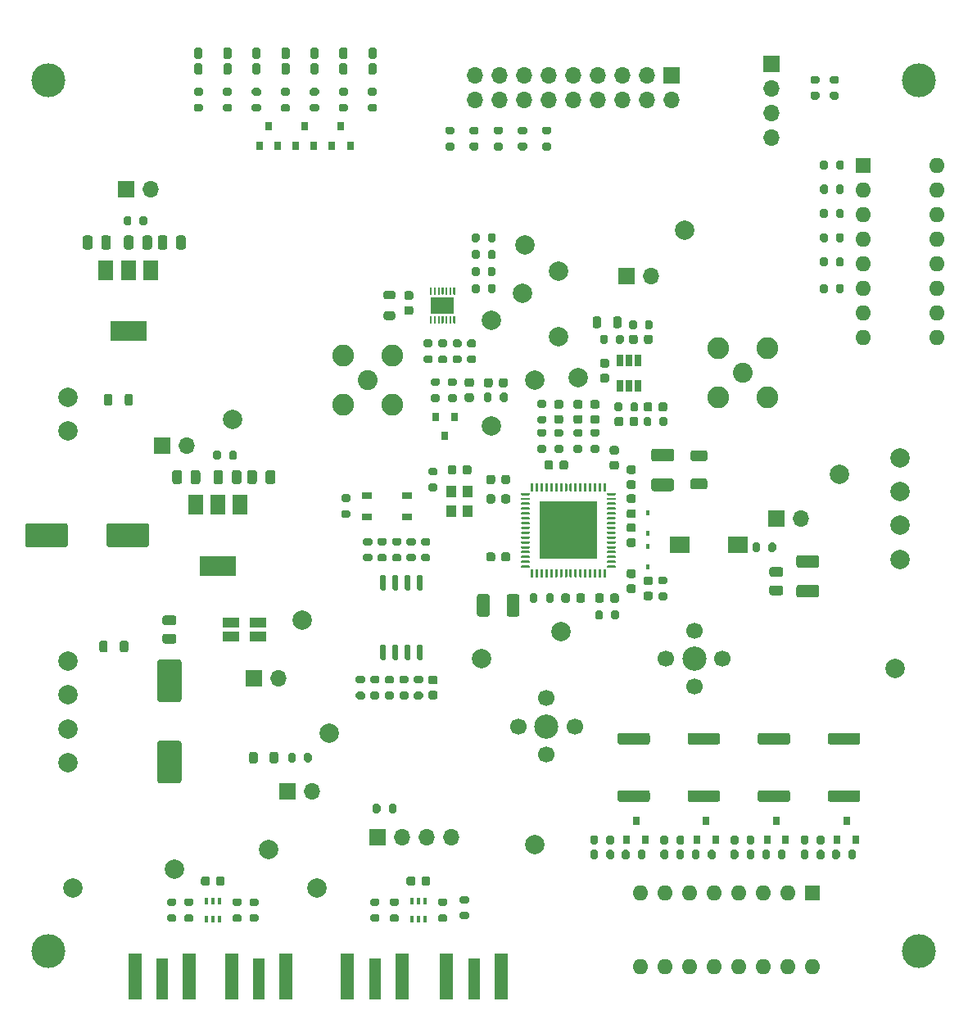
<source format=gbr>
%TF.GenerationSoftware,KiCad,Pcbnew,5.1.10-88a1d61d58~90~ubuntu20.04.1*%
%TF.CreationDate,2021-12-17T14:40:14-08:00*%
%TF.ProjectId,pmic-test-board,706d6963-2d74-4657-9374-2d626f617264,rev?*%
%TF.SameCoordinates,Original*%
%TF.FileFunction,Soldermask,Top*%
%TF.FilePolarity,Negative*%
%FSLAX46Y46*%
G04 Gerber Fmt 4.6, Leading zero omitted, Abs format (unit mm)*
G04 Created by KiCad (PCBNEW 5.1.10-88a1d61d58~90~ubuntu20.04.1) date 2021-12-17 14:40:14*
%MOMM*%
%LPD*%
G01*
G04 APERTURE LIST*
%ADD10C,2.000000*%
%ADD11R,1.050000X0.650000*%
%ADD12R,2.000000X1.700000*%
%ADD13O,1.700000X1.700000*%
%ADD14R,1.700000X1.700000*%
%ADD15R,1.750000X1.100000*%
%ADD16C,2.250000*%
%ADD17C,2.050000*%
%ADD18C,3.500000*%
%ADD19C,2.500000*%
%ADD20C,1.700000*%
%ADD21R,1.100000X1.300000*%
%ADD22R,0.650000X1.220000*%
%ADD23R,2.350000X1.780000*%
%ADD24R,0.800000X0.900000*%
%ADD25R,1.500000X2.000000*%
%ADD26R,3.800000X2.000000*%
%ADD27R,6.000000X6.000000*%
%ADD28R,0.400000X0.650000*%
%ADD29O,1.600000X1.600000*%
%ADD30R,1.600000X1.600000*%
%ADD31R,1.270000X4.200000*%
%ADD32R,1.350000X4.700000*%
%ADD33R,0.450000X0.600000*%
G04 APERTURE END LIST*
D10*
%TO.C,TP111*%
X107500000Y-138500000D03*
%TD*%
%TO.C,TP110*%
X155250000Y-134000000D03*
%TD*%
%TO.C,TP109*%
X127750000Y-134500000D03*
%TD*%
%TO.C,TP108*%
X132750000Y-138500000D03*
%TD*%
%TO.C,TP107*%
X118000000Y-136500000D03*
%TD*%
D11*
%TO.C,SW102*%
X137925000Y-97925000D03*
X142075000Y-97925000D03*
X137925000Y-100075000D03*
X142075000Y-100075000D03*
%TD*%
D12*
%TO.C,L101*%
X176250000Y-103000000D03*
X170250000Y-103000000D03*
%TD*%
D10*
%TO.C,TP106*%
X155250000Y-86000000D03*
%TD*%
%TO.C,TP105*%
X157750000Y-81500000D03*
%TD*%
%TO.C,R149*%
G36*
G01*
X155725000Y-89675000D02*
X156275000Y-89675000D01*
G75*
G02*
X156475000Y-89875000I0J-200000D01*
G01*
X156475000Y-90275000D01*
G75*
G02*
X156275000Y-90475000I-200000J0D01*
G01*
X155725000Y-90475000D01*
G75*
G02*
X155525000Y-90275000I0J200000D01*
G01*
X155525000Y-89875000D01*
G75*
G02*
X155725000Y-89675000I200000J0D01*
G01*
G37*
G36*
G01*
X155725000Y-88025000D02*
X156275000Y-88025000D01*
G75*
G02*
X156475000Y-88225000I0J-200000D01*
G01*
X156475000Y-88625000D01*
G75*
G02*
X156275000Y-88825000I-200000J0D01*
G01*
X155725000Y-88825000D01*
G75*
G02*
X155525000Y-88625000I0J200000D01*
G01*
X155525000Y-88225000D01*
G75*
G02*
X155725000Y-88025000I200000J0D01*
G01*
G37*
%TD*%
%TO.C,R148*%
G36*
G01*
X139325000Y-129975000D02*
X139325000Y-130525000D01*
G75*
G02*
X139125000Y-130725000I-200000J0D01*
G01*
X138725000Y-130725000D01*
G75*
G02*
X138525000Y-130525000I0J200000D01*
G01*
X138525000Y-129975000D01*
G75*
G02*
X138725000Y-129775000I200000J0D01*
G01*
X139125000Y-129775000D01*
G75*
G02*
X139325000Y-129975000I0J-200000D01*
G01*
G37*
G36*
G01*
X140975000Y-129975000D02*
X140975000Y-130525000D01*
G75*
G02*
X140775000Y-130725000I-200000J0D01*
G01*
X140375000Y-130725000D01*
G75*
G02*
X140175000Y-130525000I0J200000D01*
G01*
X140175000Y-129975000D01*
G75*
G02*
X140375000Y-129775000I200000J0D01*
G01*
X140775000Y-129775000D01*
G75*
G02*
X140975000Y-129975000I0J-200000D01*
G01*
G37*
%TD*%
%TO.C,R147*%
G36*
G01*
X156775000Y-60575000D02*
X156225000Y-60575000D01*
G75*
G02*
X156025000Y-60375000I0J200000D01*
G01*
X156025000Y-59975000D01*
G75*
G02*
X156225000Y-59775000I200000J0D01*
G01*
X156775000Y-59775000D01*
G75*
G02*
X156975000Y-59975000I0J-200000D01*
G01*
X156975000Y-60375000D01*
G75*
G02*
X156775000Y-60575000I-200000J0D01*
G01*
G37*
G36*
G01*
X156775000Y-62225000D02*
X156225000Y-62225000D01*
G75*
G02*
X156025000Y-62025000I0J200000D01*
G01*
X156025000Y-61625000D01*
G75*
G02*
X156225000Y-61425000I200000J0D01*
G01*
X156775000Y-61425000D01*
G75*
G02*
X156975000Y-61625000I0J-200000D01*
G01*
X156975000Y-62025000D01*
G75*
G02*
X156775000Y-62225000I-200000J0D01*
G01*
G37*
%TD*%
D13*
%TO.C,J204*%
X115540000Y-66250000D03*
D14*
X113000000Y-66250000D03*
%TD*%
%TO.C,R313*%
G36*
G01*
X186525000Y-55325000D02*
X185975000Y-55325000D01*
G75*
G02*
X185775000Y-55125000I0J200000D01*
G01*
X185775000Y-54725000D01*
G75*
G02*
X185975000Y-54525000I200000J0D01*
G01*
X186525000Y-54525000D01*
G75*
G02*
X186725000Y-54725000I0J-200000D01*
G01*
X186725000Y-55125000D01*
G75*
G02*
X186525000Y-55325000I-200000J0D01*
G01*
G37*
G36*
G01*
X186525000Y-56975000D02*
X185975000Y-56975000D01*
G75*
G02*
X185775000Y-56775000I0J200000D01*
G01*
X185775000Y-56375000D01*
G75*
G02*
X185975000Y-56175000I200000J0D01*
G01*
X186525000Y-56175000D01*
G75*
G02*
X186725000Y-56375000I0J-200000D01*
G01*
X186725000Y-56775000D01*
G75*
G02*
X186525000Y-56975000I-200000J0D01*
G01*
G37*
%TD*%
%TO.C,R312*%
G36*
G01*
X184525000Y-55325000D02*
X183975000Y-55325000D01*
G75*
G02*
X183775000Y-55125000I0J200000D01*
G01*
X183775000Y-54725000D01*
G75*
G02*
X183975000Y-54525000I200000J0D01*
G01*
X184525000Y-54525000D01*
G75*
G02*
X184725000Y-54725000I0J-200000D01*
G01*
X184725000Y-55125000D01*
G75*
G02*
X184525000Y-55325000I-200000J0D01*
G01*
G37*
G36*
G01*
X184525000Y-56975000D02*
X183975000Y-56975000D01*
G75*
G02*
X183775000Y-56775000I0J200000D01*
G01*
X183775000Y-56375000D01*
G75*
G02*
X183975000Y-56175000I200000J0D01*
G01*
X184525000Y-56175000D01*
G75*
G02*
X184725000Y-56375000I0J-200000D01*
G01*
X184725000Y-56775000D01*
G75*
G02*
X184525000Y-56975000I-200000J0D01*
G01*
G37*
%TD*%
%TO.C,FB401*%
G36*
G01*
X163375000Y-80381250D02*
X163375000Y-79618750D01*
G75*
G02*
X163593750Y-79400000I218750J0D01*
G01*
X164031250Y-79400000D01*
G75*
G02*
X164250000Y-79618750I0J-218750D01*
G01*
X164250000Y-80381250D01*
G75*
G02*
X164031250Y-80600000I-218750J0D01*
G01*
X163593750Y-80600000D01*
G75*
G02*
X163375000Y-80381250I0J218750D01*
G01*
G37*
G36*
G01*
X161250000Y-80381250D02*
X161250000Y-79618750D01*
G75*
G02*
X161468750Y-79400000I218750J0D01*
G01*
X161906250Y-79400000D01*
G75*
G02*
X162125000Y-79618750I0J-218750D01*
G01*
X162125000Y-80381250D01*
G75*
G02*
X161906250Y-80600000I-218750J0D01*
G01*
X161468750Y-80600000D01*
G75*
G02*
X161250000Y-80381250I0J218750D01*
G01*
G37*
%TD*%
%TO.C,R146*%
G36*
G01*
X148275000Y-140075000D02*
X147725000Y-140075000D01*
G75*
G02*
X147525000Y-139875000I0J200000D01*
G01*
X147525000Y-139475000D01*
G75*
G02*
X147725000Y-139275000I200000J0D01*
G01*
X148275000Y-139275000D01*
G75*
G02*
X148475000Y-139475000I0J-200000D01*
G01*
X148475000Y-139875000D01*
G75*
G02*
X148275000Y-140075000I-200000J0D01*
G01*
G37*
G36*
G01*
X148275000Y-141725000D02*
X147725000Y-141725000D01*
G75*
G02*
X147525000Y-141525000I0J200000D01*
G01*
X147525000Y-141125000D01*
G75*
G02*
X147725000Y-140925000I200000J0D01*
G01*
X148275000Y-140925000D01*
G75*
G02*
X148475000Y-141125000I0J-200000D01*
G01*
X148475000Y-141525000D01*
G75*
G02*
X148275000Y-141725000I-200000J0D01*
G01*
G37*
%TD*%
%TO.C,R145*%
G36*
G01*
X138475000Y-141175000D02*
X139025000Y-141175000D01*
G75*
G02*
X139225000Y-141375000I0J-200000D01*
G01*
X139225000Y-141775000D01*
G75*
G02*
X139025000Y-141975000I-200000J0D01*
G01*
X138475000Y-141975000D01*
G75*
G02*
X138275000Y-141775000I0J200000D01*
G01*
X138275000Y-141375000D01*
G75*
G02*
X138475000Y-141175000I200000J0D01*
G01*
G37*
G36*
G01*
X138475000Y-139525000D02*
X139025000Y-139525000D01*
G75*
G02*
X139225000Y-139725000I0J-200000D01*
G01*
X139225000Y-140125000D01*
G75*
G02*
X139025000Y-140325000I-200000J0D01*
G01*
X138475000Y-140325000D01*
G75*
G02*
X138275000Y-140125000I0J200000D01*
G01*
X138275000Y-139725000D01*
G75*
G02*
X138475000Y-139525000I200000J0D01*
G01*
G37*
%TD*%
%TO.C,R144*%
G36*
G01*
X126525000Y-140325000D02*
X125975000Y-140325000D01*
G75*
G02*
X125775000Y-140125000I0J200000D01*
G01*
X125775000Y-139725000D01*
G75*
G02*
X125975000Y-139525000I200000J0D01*
G01*
X126525000Y-139525000D01*
G75*
G02*
X126725000Y-139725000I0J-200000D01*
G01*
X126725000Y-140125000D01*
G75*
G02*
X126525000Y-140325000I-200000J0D01*
G01*
G37*
G36*
G01*
X126525000Y-141975000D02*
X125975000Y-141975000D01*
G75*
G02*
X125775000Y-141775000I0J200000D01*
G01*
X125775000Y-141375000D01*
G75*
G02*
X125975000Y-141175000I200000J0D01*
G01*
X126525000Y-141175000D01*
G75*
G02*
X126725000Y-141375000I0J-200000D01*
G01*
X126725000Y-141775000D01*
G75*
G02*
X126525000Y-141975000I-200000J0D01*
G01*
G37*
%TD*%
%TO.C,R143*%
G36*
G01*
X117475000Y-141175000D02*
X118025000Y-141175000D01*
G75*
G02*
X118225000Y-141375000I0J-200000D01*
G01*
X118225000Y-141775000D01*
G75*
G02*
X118025000Y-141975000I-200000J0D01*
G01*
X117475000Y-141975000D01*
G75*
G02*
X117275000Y-141775000I0J200000D01*
G01*
X117275000Y-141375000D01*
G75*
G02*
X117475000Y-141175000I200000J0D01*
G01*
G37*
G36*
G01*
X117475000Y-139525000D02*
X118025000Y-139525000D01*
G75*
G02*
X118225000Y-139725000I0J-200000D01*
G01*
X118225000Y-140125000D01*
G75*
G02*
X118025000Y-140325000I-200000J0D01*
G01*
X117475000Y-140325000D01*
G75*
G02*
X117275000Y-140125000I0J200000D01*
G01*
X117275000Y-139725000D01*
G75*
G02*
X117475000Y-139525000I200000J0D01*
G01*
G37*
%TD*%
D15*
%TO.C,R201*%
X123875000Y-112450000D03*
X123875000Y-111050000D03*
X126625000Y-112450000D03*
X126625000Y-111050000D03*
%TD*%
D16*
%TO.C,J301*%
X140540000Y-83460000D03*
X140540000Y-88540000D03*
X135460000Y-88540000D03*
X135460000Y-83460000D03*
D17*
X138000000Y-86000000D03*
%TD*%
D16*
%TO.C,J110*%
X179290000Y-82710000D03*
X179290000Y-87790000D03*
X174210000Y-87790000D03*
X174210000Y-82710000D03*
D17*
X176750000Y-85250000D03*
%TD*%
%TO.C,R107*%
G36*
G01*
X160025000Y-91825000D02*
X159475000Y-91825000D01*
G75*
G02*
X159275000Y-91625000I0J200000D01*
G01*
X159275000Y-91225000D01*
G75*
G02*
X159475000Y-91025000I200000J0D01*
G01*
X160025000Y-91025000D01*
G75*
G02*
X160225000Y-91225000I0J-200000D01*
G01*
X160225000Y-91625000D01*
G75*
G02*
X160025000Y-91825000I-200000J0D01*
G01*
G37*
G36*
G01*
X160025000Y-93475000D02*
X159475000Y-93475000D01*
G75*
G02*
X159275000Y-93275000I0J200000D01*
G01*
X159275000Y-92875000D01*
G75*
G02*
X159475000Y-92675000I200000J0D01*
G01*
X160025000Y-92675000D01*
G75*
G02*
X160225000Y-92875000I0J-200000D01*
G01*
X160225000Y-93275000D01*
G75*
G02*
X160025000Y-93475000I-200000J0D01*
G01*
G37*
%TD*%
%TO.C,C301*%
G36*
G01*
X150925000Y-86000000D02*
X150925000Y-86500000D01*
G75*
G02*
X150700000Y-86725000I-225000J0D01*
G01*
X150250000Y-86725000D01*
G75*
G02*
X150025000Y-86500000I0J225000D01*
G01*
X150025000Y-86000000D01*
G75*
G02*
X150250000Y-85775000I225000J0D01*
G01*
X150700000Y-85775000D01*
G75*
G02*
X150925000Y-86000000I0J-225000D01*
G01*
G37*
G36*
G01*
X152475000Y-86000000D02*
X152475000Y-86500000D01*
G75*
G02*
X152250000Y-86725000I-225000J0D01*
G01*
X151800000Y-86725000D01*
G75*
G02*
X151575000Y-86500000I0J225000D01*
G01*
X151575000Y-86000000D01*
G75*
G02*
X151800000Y-85775000I225000J0D01*
G01*
X152250000Y-85775000D01*
G75*
G02*
X152475000Y-86000000I0J-225000D01*
G01*
G37*
%TD*%
%TO.C,R142*%
G36*
G01*
X178575000Y-102975000D02*
X178575000Y-103525000D01*
G75*
G02*
X178375000Y-103725000I-200000J0D01*
G01*
X177975000Y-103725000D01*
G75*
G02*
X177775000Y-103525000I0J200000D01*
G01*
X177775000Y-102975000D01*
G75*
G02*
X177975000Y-102775000I200000J0D01*
G01*
X178375000Y-102775000D01*
G75*
G02*
X178575000Y-102975000I0J-200000D01*
G01*
G37*
G36*
G01*
X180225000Y-102975000D02*
X180225000Y-103525000D01*
G75*
G02*
X180025000Y-103725000I-200000J0D01*
G01*
X179625000Y-103725000D01*
G75*
G02*
X179425000Y-103525000I0J200000D01*
G01*
X179425000Y-102975000D01*
G75*
G02*
X179625000Y-102775000I200000J0D01*
G01*
X180025000Y-102775000D01*
G75*
G02*
X180225000Y-102975000I0J-200000D01*
G01*
G37*
%TD*%
D18*
%TO.C,J118*%
X195000000Y-145000000D03*
%TD*%
%TO.C,J117*%
X105000000Y-145000000D03*
%TD*%
%TO.C,J116*%
X105000000Y-55000000D03*
%TD*%
%TO.C,J115*%
X195000000Y-55000000D03*
%TD*%
D19*
%TO.C,J114*%
X156500000Y-121750000D03*
D20*
X156500000Y-124650000D03*
X159400000Y-121750000D03*
X156500000Y-118850000D03*
X153600000Y-121750000D03*
%TD*%
%TO.C,C121*%
G36*
G01*
X143575000Y-138000000D02*
X143575000Y-137500000D01*
G75*
G02*
X143800000Y-137275000I225000J0D01*
G01*
X144250000Y-137275000D01*
G75*
G02*
X144475000Y-137500000I0J-225000D01*
G01*
X144475000Y-138000000D01*
G75*
G02*
X144250000Y-138225000I-225000J0D01*
G01*
X143800000Y-138225000D01*
G75*
G02*
X143575000Y-138000000I0J225000D01*
G01*
G37*
G36*
G01*
X142025000Y-138000000D02*
X142025000Y-137500000D01*
G75*
G02*
X142250000Y-137275000I225000J0D01*
G01*
X142700000Y-137275000D01*
G75*
G02*
X142925000Y-137500000I0J-225000D01*
G01*
X142925000Y-138000000D01*
G75*
G02*
X142700000Y-138225000I-225000J0D01*
G01*
X142250000Y-138225000D01*
G75*
G02*
X142025000Y-138000000I0J225000D01*
G01*
G37*
%TD*%
%TO.C,C120*%
G36*
G01*
X122325000Y-138000000D02*
X122325000Y-137500000D01*
G75*
G02*
X122550000Y-137275000I225000J0D01*
G01*
X123000000Y-137275000D01*
G75*
G02*
X123225000Y-137500000I0J-225000D01*
G01*
X123225000Y-138000000D01*
G75*
G02*
X123000000Y-138225000I-225000J0D01*
G01*
X122550000Y-138225000D01*
G75*
G02*
X122325000Y-138000000I0J225000D01*
G01*
G37*
G36*
G01*
X120775000Y-138000000D02*
X120775000Y-137500000D01*
G75*
G02*
X121000000Y-137275000I225000J0D01*
G01*
X121450000Y-137275000D01*
G75*
G02*
X121675000Y-137500000I0J-225000D01*
G01*
X121675000Y-138000000D01*
G75*
G02*
X121450000Y-138225000I-225000J0D01*
G01*
X121000000Y-138225000D01*
G75*
G02*
X120775000Y-138000000I0J225000D01*
G01*
G37*
%TD*%
D10*
%TO.C,J113*%
X193000000Y-94000000D03*
X193000000Y-97500000D03*
X193000000Y-101000000D03*
X193000000Y-104500000D03*
%TD*%
D13*
%TO.C,J105*%
X182790000Y-100250000D03*
D14*
X180250000Y-100250000D03*
%TD*%
D21*
%TO.C,X101*%
X148325000Y-97450000D03*
X148325000Y-99550000D03*
X146675000Y-99550000D03*
X146675000Y-97450000D03*
%TD*%
D22*
%TO.C,U401*%
X164050000Y-83940000D03*
X165000000Y-83940000D03*
X165950000Y-83940000D03*
X165950000Y-86560000D03*
X165000000Y-86560000D03*
X164050000Y-86560000D03*
%TD*%
D23*
%TO.C,U302*%
X145750000Y-78250000D03*
G36*
G01*
X144600000Y-77150000D02*
X144500000Y-77150000D01*
G75*
G02*
X144450000Y-77100000I0J50000D01*
G01*
X144450000Y-76425000D01*
G75*
G02*
X144500000Y-76375000I50000J0D01*
G01*
X144600000Y-76375000D01*
G75*
G02*
X144650000Y-76425000I0J-50000D01*
G01*
X144650000Y-77100000D01*
G75*
G02*
X144600000Y-77150000I-50000J0D01*
G01*
G37*
G36*
G01*
X145000000Y-77150000D02*
X144900000Y-77150000D01*
G75*
G02*
X144850000Y-77100000I0J50000D01*
G01*
X144850000Y-76425000D01*
G75*
G02*
X144900000Y-76375000I50000J0D01*
G01*
X145000000Y-76375000D01*
G75*
G02*
X145050000Y-76425000I0J-50000D01*
G01*
X145050000Y-77100000D01*
G75*
G02*
X145000000Y-77150000I-50000J0D01*
G01*
G37*
G36*
G01*
X145400000Y-77150000D02*
X145300000Y-77150000D01*
G75*
G02*
X145250000Y-77100000I0J50000D01*
G01*
X145250000Y-76425000D01*
G75*
G02*
X145300000Y-76375000I50000J0D01*
G01*
X145400000Y-76375000D01*
G75*
G02*
X145450000Y-76425000I0J-50000D01*
G01*
X145450000Y-77100000D01*
G75*
G02*
X145400000Y-77150000I-50000J0D01*
G01*
G37*
G36*
G01*
X145800000Y-77150000D02*
X145700000Y-77150000D01*
G75*
G02*
X145650000Y-77100000I0J50000D01*
G01*
X145650000Y-76425000D01*
G75*
G02*
X145700000Y-76375000I50000J0D01*
G01*
X145800000Y-76375000D01*
G75*
G02*
X145850000Y-76425000I0J-50000D01*
G01*
X145850000Y-77100000D01*
G75*
G02*
X145800000Y-77150000I-50000J0D01*
G01*
G37*
G36*
G01*
X146200000Y-77150000D02*
X146100000Y-77150000D01*
G75*
G02*
X146050000Y-77100000I0J50000D01*
G01*
X146050000Y-76425000D01*
G75*
G02*
X146100000Y-76375000I50000J0D01*
G01*
X146200000Y-76375000D01*
G75*
G02*
X146250000Y-76425000I0J-50000D01*
G01*
X146250000Y-77100000D01*
G75*
G02*
X146200000Y-77150000I-50000J0D01*
G01*
G37*
G36*
G01*
X146600000Y-77150000D02*
X146500000Y-77150000D01*
G75*
G02*
X146450000Y-77100000I0J50000D01*
G01*
X146450000Y-76425000D01*
G75*
G02*
X146500000Y-76375000I50000J0D01*
G01*
X146600000Y-76375000D01*
G75*
G02*
X146650000Y-76425000I0J-50000D01*
G01*
X146650000Y-77100000D01*
G75*
G02*
X146600000Y-77150000I-50000J0D01*
G01*
G37*
G36*
G01*
X147000000Y-77150000D02*
X146900000Y-77150000D01*
G75*
G02*
X146850000Y-77100000I0J50000D01*
G01*
X146850000Y-76425000D01*
G75*
G02*
X146900000Y-76375000I50000J0D01*
G01*
X147000000Y-76375000D01*
G75*
G02*
X147050000Y-76425000I0J-50000D01*
G01*
X147050000Y-77100000D01*
G75*
G02*
X147000000Y-77150000I-50000J0D01*
G01*
G37*
G36*
G01*
X147000000Y-80125000D02*
X146900000Y-80125000D01*
G75*
G02*
X146850000Y-80075000I0J50000D01*
G01*
X146850000Y-79400000D01*
G75*
G02*
X146900000Y-79350000I50000J0D01*
G01*
X147000000Y-79350000D01*
G75*
G02*
X147050000Y-79400000I0J-50000D01*
G01*
X147050000Y-80075000D01*
G75*
G02*
X147000000Y-80125000I-50000J0D01*
G01*
G37*
G36*
G01*
X146600000Y-80125000D02*
X146500000Y-80125000D01*
G75*
G02*
X146450000Y-80075000I0J50000D01*
G01*
X146450000Y-79400000D01*
G75*
G02*
X146500000Y-79350000I50000J0D01*
G01*
X146600000Y-79350000D01*
G75*
G02*
X146650000Y-79400000I0J-50000D01*
G01*
X146650000Y-80075000D01*
G75*
G02*
X146600000Y-80125000I-50000J0D01*
G01*
G37*
G36*
G01*
X146200000Y-80125000D02*
X146100000Y-80125000D01*
G75*
G02*
X146050000Y-80075000I0J50000D01*
G01*
X146050000Y-79400000D01*
G75*
G02*
X146100000Y-79350000I50000J0D01*
G01*
X146200000Y-79350000D01*
G75*
G02*
X146250000Y-79400000I0J-50000D01*
G01*
X146250000Y-80075000D01*
G75*
G02*
X146200000Y-80125000I-50000J0D01*
G01*
G37*
G36*
G01*
X145800000Y-80125000D02*
X145700000Y-80125000D01*
G75*
G02*
X145650000Y-80075000I0J50000D01*
G01*
X145650000Y-79400000D01*
G75*
G02*
X145700000Y-79350000I50000J0D01*
G01*
X145800000Y-79350000D01*
G75*
G02*
X145850000Y-79400000I0J-50000D01*
G01*
X145850000Y-80075000D01*
G75*
G02*
X145800000Y-80125000I-50000J0D01*
G01*
G37*
G36*
G01*
X145400000Y-80125000D02*
X145300000Y-80125000D01*
G75*
G02*
X145250000Y-80075000I0J50000D01*
G01*
X145250000Y-79400000D01*
G75*
G02*
X145300000Y-79350000I50000J0D01*
G01*
X145400000Y-79350000D01*
G75*
G02*
X145450000Y-79400000I0J-50000D01*
G01*
X145450000Y-80075000D01*
G75*
G02*
X145400000Y-80125000I-50000J0D01*
G01*
G37*
G36*
G01*
X145000000Y-80125000D02*
X144900000Y-80125000D01*
G75*
G02*
X144850000Y-80075000I0J50000D01*
G01*
X144850000Y-79400000D01*
G75*
G02*
X144900000Y-79350000I50000J0D01*
G01*
X145000000Y-79350000D01*
G75*
G02*
X145050000Y-79400000I0J-50000D01*
G01*
X145050000Y-80075000D01*
G75*
G02*
X145000000Y-80125000I-50000J0D01*
G01*
G37*
G36*
G01*
X144600000Y-80125000D02*
X144500000Y-80125000D01*
G75*
G02*
X144450000Y-80075000I0J50000D01*
G01*
X144450000Y-79400000D01*
G75*
G02*
X144500000Y-79350000I50000J0D01*
G01*
X144600000Y-79350000D01*
G75*
G02*
X144650000Y-79400000I0J-50000D01*
G01*
X144650000Y-80075000D01*
G75*
G02*
X144600000Y-80125000I-50000J0D01*
G01*
G37*
%TD*%
D24*
%TO.C,U301*%
X146000000Y-91750000D03*
X145050000Y-89750000D03*
X146950000Y-89750000D03*
%TD*%
D25*
%TO.C,U202*%
X124800000Y-98850000D03*
X120200000Y-98850000D03*
X122500000Y-98850000D03*
D26*
X122500000Y-105150000D03*
%TD*%
D25*
%TO.C,U201*%
X115550000Y-74600000D03*
X110950000Y-74600000D03*
X113250000Y-74600000D03*
D26*
X113250000Y-80900000D03*
%TD*%
D27*
%TO.C,U104*%
X158750000Y-101500000D03*
G36*
G01*
X162812500Y-97625000D02*
X163562500Y-97625000D01*
G75*
G02*
X163625000Y-97687500I0J-62500D01*
G01*
X163625000Y-97812500D01*
G75*
G02*
X163562500Y-97875000I-62500J0D01*
G01*
X162812500Y-97875000D01*
G75*
G02*
X162750000Y-97812500I0J62500D01*
G01*
X162750000Y-97687500D01*
G75*
G02*
X162812500Y-97625000I62500J0D01*
G01*
G37*
G36*
G01*
X162812500Y-98125000D02*
X163562500Y-98125000D01*
G75*
G02*
X163625000Y-98187500I0J-62500D01*
G01*
X163625000Y-98312500D01*
G75*
G02*
X163562500Y-98375000I-62500J0D01*
G01*
X162812500Y-98375000D01*
G75*
G02*
X162750000Y-98312500I0J62500D01*
G01*
X162750000Y-98187500D01*
G75*
G02*
X162812500Y-98125000I62500J0D01*
G01*
G37*
G36*
G01*
X162812500Y-98625000D02*
X163562500Y-98625000D01*
G75*
G02*
X163625000Y-98687500I0J-62500D01*
G01*
X163625000Y-98812500D01*
G75*
G02*
X163562500Y-98875000I-62500J0D01*
G01*
X162812500Y-98875000D01*
G75*
G02*
X162750000Y-98812500I0J62500D01*
G01*
X162750000Y-98687500D01*
G75*
G02*
X162812500Y-98625000I62500J0D01*
G01*
G37*
G36*
G01*
X162812500Y-99125000D02*
X163562500Y-99125000D01*
G75*
G02*
X163625000Y-99187500I0J-62500D01*
G01*
X163625000Y-99312500D01*
G75*
G02*
X163562500Y-99375000I-62500J0D01*
G01*
X162812500Y-99375000D01*
G75*
G02*
X162750000Y-99312500I0J62500D01*
G01*
X162750000Y-99187500D01*
G75*
G02*
X162812500Y-99125000I62500J0D01*
G01*
G37*
G36*
G01*
X162812500Y-99625000D02*
X163562500Y-99625000D01*
G75*
G02*
X163625000Y-99687500I0J-62500D01*
G01*
X163625000Y-99812500D01*
G75*
G02*
X163562500Y-99875000I-62500J0D01*
G01*
X162812500Y-99875000D01*
G75*
G02*
X162750000Y-99812500I0J62500D01*
G01*
X162750000Y-99687500D01*
G75*
G02*
X162812500Y-99625000I62500J0D01*
G01*
G37*
G36*
G01*
X162812500Y-100125000D02*
X163562500Y-100125000D01*
G75*
G02*
X163625000Y-100187500I0J-62500D01*
G01*
X163625000Y-100312500D01*
G75*
G02*
X163562500Y-100375000I-62500J0D01*
G01*
X162812500Y-100375000D01*
G75*
G02*
X162750000Y-100312500I0J62500D01*
G01*
X162750000Y-100187500D01*
G75*
G02*
X162812500Y-100125000I62500J0D01*
G01*
G37*
G36*
G01*
X162812500Y-100625000D02*
X163562500Y-100625000D01*
G75*
G02*
X163625000Y-100687500I0J-62500D01*
G01*
X163625000Y-100812500D01*
G75*
G02*
X163562500Y-100875000I-62500J0D01*
G01*
X162812500Y-100875000D01*
G75*
G02*
X162750000Y-100812500I0J62500D01*
G01*
X162750000Y-100687500D01*
G75*
G02*
X162812500Y-100625000I62500J0D01*
G01*
G37*
G36*
G01*
X162812500Y-101125000D02*
X163562500Y-101125000D01*
G75*
G02*
X163625000Y-101187500I0J-62500D01*
G01*
X163625000Y-101312500D01*
G75*
G02*
X163562500Y-101375000I-62500J0D01*
G01*
X162812500Y-101375000D01*
G75*
G02*
X162750000Y-101312500I0J62500D01*
G01*
X162750000Y-101187500D01*
G75*
G02*
X162812500Y-101125000I62500J0D01*
G01*
G37*
G36*
G01*
X162812500Y-101625000D02*
X163562500Y-101625000D01*
G75*
G02*
X163625000Y-101687500I0J-62500D01*
G01*
X163625000Y-101812500D01*
G75*
G02*
X163562500Y-101875000I-62500J0D01*
G01*
X162812500Y-101875000D01*
G75*
G02*
X162750000Y-101812500I0J62500D01*
G01*
X162750000Y-101687500D01*
G75*
G02*
X162812500Y-101625000I62500J0D01*
G01*
G37*
G36*
G01*
X162812500Y-102125000D02*
X163562500Y-102125000D01*
G75*
G02*
X163625000Y-102187500I0J-62500D01*
G01*
X163625000Y-102312500D01*
G75*
G02*
X163562500Y-102375000I-62500J0D01*
G01*
X162812500Y-102375000D01*
G75*
G02*
X162750000Y-102312500I0J62500D01*
G01*
X162750000Y-102187500D01*
G75*
G02*
X162812500Y-102125000I62500J0D01*
G01*
G37*
G36*
G01*
X162812500Y-102625000D02*
X163562500Y-102625000D01*
G75*
G02*
X163625000Y-102687500I0J-62500D01*
G01*
X163625000Y-102812500D01*
G75*
G02*
X163562500Y-102875000I-62500J0D01*
G01*
X162812500Y-102875000D01*
G75*
G02*
X162750000Y-102812500I0J62500D01*
G01*
X162750000Y-102687500D01*
G75*
G02*
X162812500Y-102625000I62500J0D01*
G01*
G37*
G36*
G01*
X162812500Y-103125000D02*
X163562500Y-103125000D01*
G75*
G02*
X163625000Y-103187500I0J-62500D01*
G01*
X163625000Y-103312500D01*
G75*
G02*
X163562500Y-103375000I-62500J0D01*
G01*
X162812500Y-103375000D01*
G75*
G02*
X162750000Y-103312500I0J62500D01*
G01*
X162750000Y-103187500D01*
G75*
G02*
X162812500Y-103125000I62500J0D01*
G01*
G37*
G36*
G01*
X162812500Y-103625000D02*
X163562500Y-103625000D01*
G75*
G02*
X163625000Y-103687500I0J-62500D01*
G01*
X163625000Y-103812500D01*
G75*
G02*
X163562500Y-103875000I-62500J0D01*
G01*
X162812500Y-103875000D01*
G75*
G02*
X162750000Y-103812500I0J62500D01*
G01*
X162750000Y-103687500D01*
G75*
G02*
X162812500Y-103625000I62500J0D01*
G01*
G37*
G36*
G01*
X162812500Y-104125000D02*
X163562500Y-104125000D01*
G75*
G02*
X163625000Y-104187500I0J-62500D01*
G01*
X163625000Y-104312500D01*
G75*
G02*
X163562500Y-104375000I-62500J0D01*
G01*
X162812500Y-104375000D01*
G75*
G02*
X162750000Y-104312500I0J62500D01*
G01*
X162750000Y-104187500D01*
G75*
G02*
X162812500Y-104125000I62500J0D01*
G01*
G37*
G36*
G01*
X162812500Y-104625000D02*
X163562500Y-104625000D01*
G75*
G02*
X163625000Y-104687500I0J-62500D01*
G01*
X163625000Y-104812500D01*
G75*
G02*
X163562500Y-104875000I-62500J0D01*
G01*
X162812500Y-104875000D01*
G75*
G02*
X162750000Y-104812500I0J62500D01*
G01*
X162750000Y-104687500D01*
G75*
G02*
X162812500Y-104625000I62500J0D01*
G01*
G37*
G36*
G01*
X162812500Y-105125000D02*
X163562500Y-105125000D01*
G75*
G02*
X163625000Y-105187500I0J-62500D01*
G01*
X163625000Y-105312500D01*
G75*
G02*
X163562500Y-105375000I-62500J0D01*
G01*
X162812500Y-105375000D01*
G75*
G02*
X162750000Y-105312500I0J62500D01*
G01*
X162750000Y-105187500D01*
G75*
G02*
X162812500Y-105125000I62500J0D01*
G01*
G37*
G36*
G01*
X162437500Y-105500000D02*
X162562500Y-105500000D01*
G75*
G02*
X162625000Y-105562500I0J-62500D01*
G01*
X162625000Y-106312500D01*
G75*
G02*
X162562500Y-106375000I-62500J0D01*
G01*
X162437500Y-106375000D01*
G75*
G02*
X162375000Y-106312500I0J62500D01*
G01*
X162375000Y-105562500D01*
G75*
G02*
X162437500Y-105500000I62500J0D01*
G01*
G37*
G36*
G01*
X161937500Y-105500000D02*
X162062500Y-105500000D01*
G75*
G02*
X162125000Y-105562500I0J-62500D01*
G01*
X162125000Y-106312500D01*
G75*
G02*
X162062500Y-106375000I-62500J0D01*
G01*
X161937500Y-106375000D01*
G75*
G02*
X161875000Y-106312500I0J62500D01*
G01*
X161875000Y-105562500D01*
G75*
G02*
X161937500Y-105500000I62500J0D01*
G01*
G37*
G36*
G01*
X161437500Y-105500000D02*
X161562500Y-105500000D01*
G75*
G02*
X161625000Y-105562500I0J-62500D01*
G01*
X161625000Y-106312500D01*
G75*
G02*
X161562500Y-106375000I-62500J0D01*
G01*
X161437500Y-106375000D01*
G75*
G02*
X161375000Y-106312500I0J62500D01*
G01*
X161375000Y-105562500D01*
G75*
G02*
X161437500Y-105500000I62500J0D01*
G01*
G37*
G36*
G01*
X160937500Y-105500000D02*
X161062500Y-105500000D01*
G75*
G02*
X161125000Y-105562500I0J-62500D01*
G01*
X161125000Y-106312500D01*
G75*
G02*
X161062500Y-106375000I-62500J0D01*
G01*
X160937500Y-106375000D01*
G75*
G02*
X160875000Y-106312500I0J62500D01*
G01*
X160875000Y-105562500D01*
G75*
G02*
X160937500Y-105500000I62500J0D01*
G01*
G37*
G36*
G01*
X160437500Y-105500000D02*
X160562500Y-105500000D01*
G75*
G02*
X160625000Y-105562500I0J-62500D01*
G01*
X160625000Y-106312500D01*
G75*
G02*
X160562500Y-106375000I-62500J0D01*
G01*
X160437500Y-106375000D01*
G75*
G02*
X160375000Y-106312500I0J62500D01*
G01*
X160375000Y-105562500D01*
G75*
G02*
X160437500Y-105500000I62500J0D01*
G01*
G37*
G36*
G01*
X159937500Y-105500000D02*
X160062500Y-105500000D01*
G75*
G02*
X160125000Y-105562500I0J-62500D01*
G01*
X160125000Y-106312500D01*
G75*
G02*
X160062500Y-106375000I-62500J0D01*
G01*
X159937500Y-106375000D01*
G75*
G02*
X159875000Y-106312500I0J62500D01*
G01*
X159875000Y-105562500D01*
G75*
G02*
X159937500Y-105500000I62500J0D01*
G01*
G37*
G36*
G01*
X159437500Y-105500000D02*
X159562500Y-105500000D01*
G75*
G02*
X159625000Y-105562500I0J-62500D01*
G01*
X159625000Y-106312500D01*
G75*
G02*
X159562500Y-106375000I-62500J0D01*
G01*
X159437500Y-106375000D01*
G75*
G02*
X159375000Y-106312500I0J62500D01*
G01*
X159375000Y-105562500D01*
G75*
G02*
X159437500Y-105500000I62500J0D01*
G01*
G37*
G36*
G01*
X158937500Y-105500000D02*
X159062500Y-105500000D01*
G75*
G02*
X159125000Y-105562500I0J-62500D01*
G01*
X159125000Y-106312500D01*
G75*
G02*
X159062500Y-106375000I-62500J0D01*
G01*
X158937500Y-106375000D01*
G75*
G02*
X158875000Y-106312500I0J62500D01*
G01*
X158875000Y-105562500D01*
G75*
G02*
X158937500Y-105500000I62500J0D01*
G01*
G37*
G36*
G01*
X158437500Y-105500000D02*
X158562500Y-105500000D01*
G75*
G02*
X158625000Y-105562500I0J-62500D01*
G01*
X158625000Y-106312500D01*
G75*
G02*
X158562500Y-106375000I-62500J0D01*
G01*
X158437500Y-106375000D01*
G75*
G02*
X158375000Y-106312500I0J62500D01*
G01*
X158375000Y-105562500D01*
G75*
G02*
X158437500Y-105500000I62500J0D01*
G01*
G37*
G36*
G01*
X157937500Y-105500000D02*
X158062500Y-105500000D01*
G75*
G02*
X158125000Y-105562500I0J-62500D01*
G01*
X158125000Y-106312500D01*
G75*
G02*
X158062500Y-106375000I-62500J0D01*
G01*
X157937500Y-106375000D01*
G75*
G02*
X157875000Y-106312500I0J62500D01*
G01*
X157875000Y-105562500D01*
G75*
G02*
X157937500Y-105500000I62500J0D01*
G01*
G37*
G36*
G01*
X157437500Y-105500000D02*
X157562500Y-105500000D01*
G75*
G02*
X157625000Y-105562500I0J-62500D01*
G01*
X157625000Y-106312500D01*
G75*
G02*
X157562500Y-106375000I-62500J0D01*
G01*
X157437500Y-106375000D01*
G75*
G02*
X157375000Y-106312500I0J62500D01*
G01*
X157375000Y-105562500D01*
G75*
G02*
X157437500Y-105500000I62500J0D01*
G01*
G37*
G36*
G01*
X156937500Y-105500000D02*
X157062500Y-105500000D01*
G75*
G02*
X157125000Y-105562500I0J-62500D01*
G01*
X157125000Y-106312500D01*
G75*
G02*
X157062500Y-106375000I-62500J0D01*
G01*
X156937500Y-106375000D01*
G75*
G02*
X156875000Y-106312500I0J62500D01*
G01*
X156875000Y-105562500D01*
G75*
G02*
X156937500Y-105500000I62500J0D01*
G01*
G37*
G36*
G01*
X156437500Y-105500000D02*
X156562500Y-105500000D01*
G75*
G02*
X156625000Y-105562500I0J-62500D01*
G01*
X156625000Y-106312500D01*
G75*
G02*
X156562500Y-106375000I-62500J0D01*
G01*
X156437500Y-106375000D01*
G75*
G02*
X156375000Y-106312500I0J62500D01*
G01*
X156375000Y-105562500D01*
G75*
G02*
X156437500Y-105500000I62500J0D01*
G01*
G37*
G36*
G01*
X155937500Y-105500000D02*
X156062500Y-105500000D01*
G75*
G02*
X156125000Y-105562500I0J-62500D01*
G01*
X156125000Y-106312500D01*
G75*
G02*
X156062500Y-106375000I-62500J0D01*
G01*
X155937500Y-106375000D01*
G75*
G02*
X155875000Y-106312500I0J62500D01*
G01*
X155875000Y-105562500D01*
G75*
G02*
X155937500Y-105500000I62500J0D01*
G01*
G37*
G36*
G01*
X155437500Y-105500000D02*
X155562500Y-105500000D01*
G75*
G02*
X155625000Y-105562500I0J-62500D01*
G01*
X155625000Y-106312500D01*
G75*
G02*
X155562500Y-106375000I-62500J0D01*
G01*
X155437500Y-106375000D01*
G75*
G02*
X155375000Y-106312500I0J62500D01*
G01*
X155375000Y-105562500D01*
G75*
G02*
X155437500Y-105500000I62500J0D01*
G01*
G37*
G36*
G01*
X154937500Y-105500000D02*
X155062500Y-105500000D01*
G75*
G02*
X155125000Y-105562500I0J-62500D01*
G01*
X155125000Y-106312500D01*
G75*
G02*
X155062500Y-106375000I-62500J0D01*
G01*
X154937500Y-106375000D01*
G75*
G02*
X154875000Y-106312500I0J62500D01*
G01*
X154875000Y-105562500D01*
G75*
G02*
X154937500Y-105500000I62500J0D01*
G01*
G37*
G36*
G01*
X153937500Y-105125000D02*
X154687500Y-105125000D01*
G75*
G02*
X154750000Y-105187500I0J-62500D01*
G01*
X154750000Y-105312500D01*
G75*
G02*
X154687500Y-105375000I-62500J0D01*
G01*
X153937500Y-105375000D01*
G75*
G02*
X153875000Y-105312500I0J62500D01*
G01*
X153875000Y-105187500D01*
G75*
G02*
X153937500Y-105125000I62500J0D01*
G01*
G37*
G36*
G01*
X153937500Y-104625000D02*
X154687500Y-104625000D01*
G75*
G02*
X154750000Y-104687500I0J-62500D01*
G01*
X154750000Y-104812500D01*
G75*
G02*
X154687500Y-104875000I-62500J0D01*
G01*
X153937500Y-104875000D01*
G75*
G02*
X153875000Y-104812500I0J62500D01*
G01*
X153875000Y-104687500D01*
G75*
G02*
X153937500Y-104625000I62500J0D01*
G01*
G37*
G36*
G01*
X153937500Y-104125000D02*
X154687500Y-104125000D01*
G75*
G02*
X154750000Y-104187500I0J-62500D01*
G01*
X154750000Y-104312500D01*
G75*
G02*
X154687500Y-104375000I-62500J0D01*
G01*
X153937500Y-104375000D01*
G75*
G02*
X153875000Y-104312500I0J62500D01*
G01*
X153875000Y-104187500D01*
G75*
G02*
X153937500Y-104125000I62500J0D01*
G01*
G37*
G36*
G01*
X153937500Y-103625000D02*
X154687500Y-103625000D01*
G75*
G02*
X154750000Y-103687500I0J-62500D01*
G01*
X154750000Y-103812500D01*
G75*
G02*
X154687500Y-103875000I-62500J0D01*
G01*
X153937500Y-103875000D01*
G75*
G02*
X153875000Y-103812500I0J62500D01*
G01*
X153875000Y-103687500D01*
G75*
G02*
X153937500Y-103625000I62500J0D01*
G01*
G37*
G36*
G01*
X153937500Y-103125000D02*
X154687500Y-103125000D01*
G75*
G02*
X154750000Y-103187500I0J-62500D01*
G01*
X154750000Y-103312500D01*
G75*
G02*
X154687500Y-103375000I-62500J0D01*
G01*
X153937500Y-103375000D01*
G75*
G02*
X153875000Y-103312500I0J62500D01*
G01*
X153875000Y-103187500D01*
G75*
G02*
X153937500Y-103125000I62500J0D01*
G01*
G37*
G36*
G01*
X153937500Y-102625000D02*
X154687500Y-102625000D01*
G75*
G02*
X154750000Y-102687500I0J-62500D01*
G01*
X154750000Y-102812500D01*
G75*
G02*
X154687500Y-102875000I-62500J0D01*
G01*
X153937500Y-102875000D01*
G75*
G02*
X153875000Y-102812500I0J62500D01*
G01*
X153875000Y-102687500D01*
G75*
G02*
X153937500Y-102625000I62500J0D01*
G01*
G37*
G36*
G01*
X153937500Y-102125000D02*
X154687500Y-102125000D01*
G75*
G02*
X154750000Y-102187500I0J-62500D01*
G01*
X154750000Y-102312500D01*
G75*
G02*
X154687500Y-102375000I-62500J0D01*
G01*
X153937500Y-102375000D01*
G75*
G02*
X153875000Y-102312500I0J62500D01*
G01*
X153875000Y-102187500D01*
G75*
G02*
X153937500Y-102125000I62500J0D01*
G01*
G37*
G36*
G01*
X153937500Y-101625000D02*
X154687500Y-101625000D01*
G75*
G02*
X154750000Y-101687500I0J-62500D01*
G01*
X154750000Y-101812500D01*
G75*
G02*
X154687500Y-101875000I-62500J0D01*
G01*
X153937500Y-101875000D01*
G75*
G02*
X153875000Y-101812500I0J62500D01*
G01*
X153875000Y-101687500D01*
G75*
G02*
X153937500Y-101625000I62500J0D01*
G01*
G37*
G36*
G01*
X153937500Y-101125000D02*
X154687500Y-101125000D01*
G75*
G02*
X154750000Y-101187500I0J-62500D01*
G01*
X154750000Y-101312500D01*
G75*
G02*
X154687500Y-101375000I-62500J0D01*
G01*
X153937500Y-101375000D01*
G75*
G02*
X153875000Y-101312500I0J62500D01*
G01*
X153875000Y-101187500D01*
G75*
G02*
X153937500Y-101125000I62500J0D01*
G01*
G37*
G36*
G01*
X153937500Y-100625000D02*
X154687500Y-100625000D01*
G75*
G02*
X154750000Y-100687500I0J-62500D01*
G01*
X154750000Y-100812500D01*
G75*
G02*
X154687500Y-100875000I-62500J0D01*
G01*
X153937500Y-100875000D01*
G75*
G02*
X153875000Y-100812500I0J62500D01*
G01*
X153875000Y-100687500D01*
G75*
G02*
X153937500Y-100625000I62500J0D01*
G01*
G37*
G36*
G01*
X153937500Y-100125000D02*
X154687500Y-100125000D01*
G75*
G02*
X154750000Y-100187500I0J-62500D01*
G01*
X154750000Y-100312500D01*
G75*
G02*
X154687500Y-100375000I-62500J0D01*
G01*
X153937500Y-100375000D01*
G75*
G02*
X153875000Y-100312500I0J62500D01*
G01*
X153875000Y-100187500D01*
G75*
G02*
X153937500Y-100125000I62500J0D01*
G01*
G37*
G36*
G01*
X153937500Y-99625000D02*
X154687500Y-99625000D01*
G75*
G02*
X154750000Y-99687500I0J-62500D01*
G01*
X154750000Y-99812500D01*
G75*
G02*
X154687500Y-99875000I-62500J0D01*
G01*
X153937500Y-99875000D01*
G75*
G02*
X153875000Y-99812500I0J62500D01*
G01*
X153875000Y-99687500D01*
G75*
G02*
X153937500Y-99625000I62500J0D01*
G01*
G37*
G36*
G01*
X153937500Y-99125000D02*
X154687500Y-99125000D01*
G75*
G02*
X154750000Y-99187500I0J-62500D01*
G01*
X154750000Y-99312500D01*
G75*
G02*
X154687500Y-99375000I-62500J0D01*
G01*
X153937500Y-99375000D01*
G75*
G02*
X153875000Y-99312500I0J62500D01*
G01*
X153875000Y-99187500D01*
G75*
G02*
X153937500Y-99125000I62500J0D01*
G01*
G37*
G36*
G01*
X153937500Y-98625000D02*
X154687500Y-98625000D01*
G75*
G02*
X154750000Y-98687500I0J-62500D01*
G01*
X154750000Y-98812500D01*
G75*
G02*
X154687500Y-98875000I-62500J0D01*
G01*
X153937500Y-98875000D01*
G75*
G02*
X153875000Y-98812500I0J62500D01*
G01*
X153875000Y-98687500D01*
G75*
G02*
X153937500Y-98625000I62500J0D01*
G01*
G37*
G36*
G01*
X153937500Y-98125000D02*
X154687500Y-98125000D01*
G75*
G02*
X154750000Y-98187500I0J-62500D01*
G01*
X154750000Y-98312500D01*
G75*
G02*
X154687500Y-98375000I-62500J0D01*
G01*
X153937500Y-98375000D01*
G75*
G02*
X153875000Y-98312500I0J62500D01*
G01*
X153875000Y-98187500D01*
G75*
G02*
X153937500Y-98125000I62500J0D01*
G01*
G37*
G36*
G01*
X153937500Y-97625000D02*
X154687500Y-97625000D01*
G75*
G02*
X154750000Y-97687500I0J-62500D01*
G01*
X154750000Y-97812500D01*
G75*
G02*
X154687500Y-97875000I-62500J0D01*
G01*
X153937500Y-97875000D01*
G75*
G02*
X153875000Y-97812500I0J62500D01*
G01*
X153875000Y-97687500D01*
G75*
G02*
X153937500Y-97625000I62500J0D01*
G01*
G37*
G36*
G01*
X154937500Y-96625000D02*
X155062500Y-96625000D01*
G75*
G02*
X155125000Y-96687500I0J-62500D01*
G01*
X155125000Y-97437500D01*
G75*
G02*
X155062500Y-97500000I-62500J0D01*
G01*
X154937500Y-97500000D01*
G75*
G02*
X154875000Y-97437500I0J62500D01*
G01*
X154875000Y-96687500D01*
G75*
G02*
X154937500Y-96625000I62500J0D01*
G01*
G37*
G36*
G01*
X155437500Y-96625000D02*
X155562500Y-96625000D01*
G75*
G02*
X155625000Y-96687500I0J-62500D01*
G01*
X155625000Y-97437500D01*
G75*
G02*
X155562500Y-97500000I-62500J0D01*
G01*
X155437500Y-97500000D01*
G75*
G02*
X155375000Y-97437500I0J62500D01*
G01*
X155375000Y-96687500D01*
G75*
G02*
X155437500Y-96625000I62500J0D01*
G01*
G37*
G36*
G01*
X155937500Y-96625000D02*
X156062500Y-96625000D01*
G75*
G02*
X156125000Y-96687500I0J-62500D01*
G01*
X156125000Y-97437500D01*
G75*
G02*
X156062500Y-97500000I-62500J0D01*
G01*
X155937500Y-97500000D01*
G75*
G02*
X155875000Y-97437500I0J62500D01*
G01*
X155875000Y-96687500D01*
G75*
G02*
X155937500Y-96625000I62500J0D01*
G01*
G37*
G36*
G01*
X156437500Y-96625000D02*
X156562500Y-96625000D01*
G75*
G02*
X156625000Y-96687500I0J-62500D01*
G01*
X156625000Y-97437500D01*
G75*
G02*
X156562500Y-97500000I-62500J0D01*
G01*
X156437500Y-97500000D01*
G75*
G02*
X156375000Y-97437500I0J62500D01*
G01*
X156375000Y-96687500D01*
G75*
G02*
X156437500Y-96625000I62500J0D01*
G01*
G37*
G36*
G01*
X156937500Y-96625000D02*
X157062500Y-96625000D01*
G75*
G02*
X157125000Y-96687500I0J-62500D01*
G01*
X157125000Y-97437500D01*
G75*
G02*
X157062500Y-97500000I-62500J0D01*
G01*
X156937500Y-97500000D01*
G75*
G02*
X156875000Y-97437500I0J62500D01*
G01*
X156875000Y-96687500D01*
G75*
G02*
X156937500Y-96625000I62500J0D01*
G01*
G37*
G36*
G01*
X157437500Y-96625000D02*
X157562500Y-96625000D01*
G75*
G02*
X157625000Y-96687500I0J-62500D01*
G01*
X157625000Y-97437500D01*
G75*
G02*
X157562500Y-97500000I-62500J0D01*
G01*
X157437500Y-97500000D01*
G75*
G02*
X157375000Y-97437500I0J62500D01*
G01*
X157375000Y-96687500D01*
G75*
G02*
X157437500Y-96625000I62500J0D01*
G01*
G37*
G36*
G01*
X157937500Y-96625000D02*
X158062500Y-96625000D01*
G75*
G02*
X158125000Y-96687500I0J-62500D01*
G01*
X158125000Y-97437500D01*
G75*
G02*
X158062500Y-97500000I-62500J0D01*
G01*
X157937500Y-97500000D01*
G75*
G02*
X157875000Y-97437500I0J62500D01*
G01*
X157875000Y-96687500D01*
G75*
G02*
X157937500Y-96625000I62500J0D01*
G01*
G37*
G36*
G01*
X158437500Y-96625000D02*
X158562500Y-96625000D01*
G75*
G02*
X158625000Y-96687500I0J-62500D01*
G01*
X158625000Y-97437500D01*
G75*
G02*
X158562500Y-97500000I-62500J0D01*
G01*
X158437500Y-97500000D01*
G75*
G02*
X158375000Y-97437500I0J62500D01*
G01*
X158375000Y-96687500D01*
G75*
G02*
X158437500Y-96625000I62500J0D01*
G01*
G37*
G36*
G01*
X158937500Y-96625000D02*
X159062500Y-96625000D01*
G75*
G02*
X159125000Y-96687500I0J-62500D01*
G01*
X159125000Y-97437500D01*
G75*
G02*
X159062500Y-97500000I-62500J0D01*
G01*
X158937500Y-97500000D01*
G75*
G02*
X158875000Y-97437500I0J62500D01*
G01*
X158875000Y-96687500D01*
G75*
G02*
X158937500Y-96625000I62500J0D01*
G01*
G37*
G36*
G01*
X159437500Y-96625000D02*
X159562500Y-96625000D01*
G75*
G02*
X159625000Y-96687500I0J-62500D01*
G01*
X159625000Y-97437500D01*
G75*
G02*
X159562500Y-97500000I-62500J0D01*
G01*
X159437500Y-97500000D01*
G75*
G02*
X159375000Y-97437500I0J62500D01*
G01*
X159375000Y-96687500D01*
G75*
G02*
X159437500Y-96625000I62500J0D01*
G01*
G37*
G36*
G01*
X159937500Y-96625000D02*
X160062500Y-96625000D01*
G75*
G02*
X160125000Y-96687500I0J-62500D01*
G01*
X160125000Y-97437500D01*
G75*
G02*
X160062500Y-97500000I-62500J0D01*
G01*
X159937500Y-97500000D01*
G75*
G02*
X159875000Y-97437500I0J62500D01*
G01*
X159875000Y-96687500D01*
G75*
G02*
X159937500Y-96625000I62500J0D01*
G01*
G37*
G36*
G01*
X160437500Y-96625000D02*
X160562500Y-96625000D01*
G75*
G02*
X160625000Y-96687500I0J-62500D01*
G01*
X160625000Y-97437500D01*
G75*
G02*
X160562500Y-97500000I-62500J0D01*
G01*
X160437500Y-97500000D01*
G75*
G02*
X160375000Y-97437500I0J62500D01*
G01*
X160375000Y-96687500D01*
G75*
G02*
X160437500Y-96625000I62500J0D01*
G01*
G37*
G36*
G01*
X160937500Y-96625000D02*
X161062500Y-96625000D01*
G75*
G02*
X161125000Y-96687500I0J-62500D01*
G01*
X161125000Y-97437500D01*
G75*
G02*
X161062500Y-97500000I-62500J0D01*
G01*
X160937500Y-97500000D01*
G75*
G02*
X160875000Y-97437500I0J62500D01*
G01*
X160875000Y-96687500D01*
G75*
G02*
X160937500Y-96625000I62500J0D01*
G01*
G37*
G36*
G01*
X161437500Y-96625000D02*
X161562500Y-96625000D01*
G75*
G02*
X161625000Y-96687500I0J-62500D01*
G01*
X161625000Y-97437500D01*
G75*
G02*
X161562500Y-97500000I-62500J0D01*
G01*
X161437500Y-97500000D01*
G75*
G02*
X161375000Y-97437500I0J62500D01*
G01*
X161375000Y-96687500D01*
G75*
G02*
X161437500Y-96625000I62500J0D01*
G01*
G37*
G36*
G01*
X161937500Y-96625000D02*
X162062500Y-96625000D01*
G75*
G02*
X162125000Y-96687500I0J-62500D01*
G01*
X162125000Y-97437500D01*
G75*
G02*
X162062500Y-97500000I-62500J0D01*
G01*
X161937500Y-97500000D01*
G75*
G02*
X161875000Y-97437500I0J62500D01*
G01*
X161875000Y-96687500D01*
G75*
G02*
X161937500Y-96625000I62500J0D01*
G01*
G37*
G36*
G01*
X162437500Y-96625000D02*
X162562500Y-96625000D01*
G75*
G02*
X162625000Y-96687500I0J-62500D01*
G01*
X162625000Y-97437500D01*
G75*
G02*
X162562500Y-97500000I-62500J0D01*
G01*
X162437500Y-97500000D01*
G75*
G02*
X162375000Y-97437500I0J62500D01*
G01*
X162375000Y-96687500D01*
G75*
G02*
X162437500Y-96625000I62500J0D01*
G01*
G37*
%TD*%
%TO.C,U103*%
G36*
G01*
X143255000Y-113300000D02*
X143555000Y-113300000D01*
G75*
G02*
X143705000Y-113450000I0J-150000D01*
G01*
X143705000Y-114750000D01*
G75*
G02*
X143555000Y-114900000I-150000J0D01*
G01*
X143255000Y-114900000D01*
G75*
G02*
X143105000Y-114750000I0J150000D01*
G01*
X143105000Y-113450000D01*
G75*
G02*
X143255000Y-113300000I150000J0D01*
G01*
G37*
G36*
G01*
X141985000Y-113300000D02*
X142285000Y-113300000D01*
G75*
G02*
X142435000Y-113450000I0J-150000D01*
G01*
X142435000Y-114750000D01*
G75*
G02*
X142285000Y-114900000I-150000J0D01*
G01*
X141985000Y-114900000D01*
G75*
G02*
X141835000Y-114750000I0J150000D01*
G01*
X141835000Y-113450000D01*
G75*
G02*
X141985000Y-113300000I150000J0D01*
G01*
G37*
G36*
G01*
X140715000Y-113300000D02*
X141015000Y-113300000D01*
G75*
G02*
X141165000Y-113450000I0J-150000D01*
G01*
X141165000Y-114750000D01*
G75*
G02*
X141015000Y-114900000I-150000J0D01*
G01*
X140715000Y-114900000D01*
G75*
G02*
X140565000Y-114750000I0J150000D01*
G01*
X140565000Y-113450000D01*
G75*
G02*
X140715000Y-113300000I150000J0D01*
G01*
G37*
G36*
G01*
X139445000Y-113300000D02*
X139745000Y-113300000D01*
G75*
G02*
X139895000Y-113450000I0J-150000D01*
G01*
X139895000Y-114750000D01*
G75*
G02*
X139745000Y-114900000I-150000J0D01*
G01*
X139445000Y-114900000D01*
G75*
G02*
X139295000Y-114750000I0J150000D01*
G01*
X139295000Y-113450000D01*
G75*
G02*
X139445000Y-113300000I150000J0D01*
G01*
G37*
G36*
G01*
X139445000Y-106100000D02*
X139745000Y-106100000D01*
G75*
G02*
X139895000Y-106250000I0J-150000D01*
G01*
X139895000Y-107550000D01*
G75*
G02*
X139745000Y-107700000I-150000J0D01*
G01*
X139445000Y-107700000D01*
G75*
G02*
X139295000Y-107550000I0J150000D01*
G01*
X139295000Y-106250000D01*
G75*
G02*
X139445000Y-106100000I150000J0D01*
G01*
G37*
G36*
G01*
X140715000Y-106100000D02*
X141015000Y-106100000D01*
G75*
G02*
X141165000Y-106250000I0J-150000D01*
G01*
X141165000Y-107550000D01*
G75*
G02*
X141015000Y-107700000I-150000J0D01*
G01*
X140715000Y-107700000D01*
G75*
G02*
X140565000Y-107550000I0J150000D01*
G01*
X140565000Y-106250000D01*
G75*
G02*
X140715000Y-106100000I150000J0D01*
G01*
G37*
G36*
G01*
X141985000Y-106100000D02*
X142285000Y-106100000D01*
G75*
G02*
X142435000Y-106250000I0J-150000D01*
G01*
X142435000Y-107550000D01*
G75*
G02*
X142285000Y-107700000I-150000J0D01*
G01*
X141985000Y-107700000D01*
G75*
G02*
X141835000Y-107550000I0J150000D01*
G01*
X141835000Y-106250000D01*
G75*
G02*
X141985000Y-106100000I150000J0D01*
G01*
G37*
G36*
G01*
X143255000Y-106100000D02*
X143555000Y-106100000D01*
G75*
G02*
X143705000Y-106250000I0J-150000D01*
G01*
X143705000Y-107550000D01*
G75*
G02*
X143555000Y-107700000I-150000J0D01*
G01*
X143255000Y-107700000D01*
G75*
G02*
X143105000Y-107550000I0J150000D01*
G01*
X143105000Y-106250000D01*
G75*
G02*
X143255000Y-106100000I150000J0D01*
G01*
G37*
%TD*%
D28*
%TO.C,U102*%
X142600000Y-139800000D03*
X143900000Y-139800000D03*
X143250000Y-141700000D03*
X143250000Y-139800000D03*
X143900000Y-141700000D03*
X142600000Y-141700000D03*
%TD*%
%TO.C,U101*%
X121350000Y-139800000D03*
X122650000Y-139800000D03*
X122000000Y-141700000D03*
X122000000Y-139800000D03*
X122650000Y-141700000D03*
X121350000Y-141700000D03*
%TD*%
D10*
%TO.C,TP401*%
X192500000Y-115750000D03*
%TD*%
%TO.C,TP306*%
X170750000Y-70500000D03*
%TD*%
%TO.C,TP305*%
X150750000Y-79750000D03*
%TD*%
%TO.C,TP304*%
X154000000Y-77000000D03*
%TD*%
%TO.C,TP303*%
X157750000Y-74750000D03*
%TD*%
%TO.C,TP302*%
X154250000Y-72000000D03*
%TD*%
%TO.C,TP301*%
X150750000Y-90750000D03*
%TD*%
%TO.C,TP203*%
X134000000Y-122500000D03*
%TD*%
%TO.C,TP202*%
X124000000Y-90000000D03*
%TD*%
%TO.C,TP201*%
X131250000Y-110750000D03*
%TD*%
%TO.C,TP104*%
X158000000Y-112000000D03*
%TD*%
%TO.C,TP103*%
X149750000Y-114750000D03*
%TD*%
%TO.C,TP102*%
X186750000Y-95750000D03*
%TD*%
%TO.C,TP101*%
X159750000Y-85750000D03*
%TD*%
D29*
%TO.C,SW501*%
X184000000Y-146620000D03*
X166220000Y-139000000D03*
X181460000Y-146620000D03*
X168760000Y-139000000D03*
X178920000Y-146620000D03*
X171300000Y-139000000D03*
X176380000Y-146620000D03*
X173840000Y-139000000D03*
X173840000Y-146620000D03*
X176380000Y-139000000D03*
X171300000Y-146620000D03*
X178920000Y-139000000D03*
X168760000Y-146620000D03*
X181460000Y-139000000D03*
X166220000Y-146620000D03*
D30*
X184000000Y-139000000D03*
%TD*%
D29*
%TO.C,SW101*%
X196870000Y-63750000D03*
X189250000Y-81530000D03*
X196870000Y-66290000D03*
X189250000Y-78990000D03*
X196870000Y-68830000D03*
X189250000Y-76450000D03*
X196870000Y-71370000D03*
X189250000Y-73910000D03*
X196870000Y-73910000D03*
X189250000Y-71370000D03*
X196870000Y-76450000D03*
X189250000Y-68830000D03*
X196870000Y-78990000D03*
X189250000Y-66290000D03*
X196870000Y-81530000D03*
D30*
X189250000Y-63750000D03*
%TD*%
%TO.C,R516*%
G36*
G01*
X185825000Y-128350000D02*
X188675000Y-128350000D01*
G75*
G02*
X188925000Y-128600000I0J-250000D01*
G01*
X188925000Y-129325000D01*
G75*
G02*
X188675000Y-129575000I-250000J0D01*
G01*
X185825000Y-129575000D01*
G75*
G02*
X185575000Y-129325000I0J250000D01*
G01*
X185575000Y-128600000D01*
G75*
G02*
X185825000Y-128350000I250000J0D01*
G01*
G37*
G36*
G01*
X185825000Y-122425000D02*
X188675000Y-122425000D01*
G75*
G02*
X188925000Y-122675000I0J-250000D01*
G01*
X188925000Y-123400000D01*
G75*
G02*
X188675000Y-123650000I-250000J0D01*
G01*
X185825000Y-123650000D01*
G75*
G02*
X185575000Y-123400000I0J250000D01*
G01*
X185575000Y-122675000D01*
G75*
G02*
X185825000Y-122425000I250000J0D01*
G01*
G37*
%TD*%
%TO.C,R515*%
G36*
G01*
X187675000Y-135275000D02*
X187675000Y-134725000D01*
G75*
G02*
X187875000Y-134525000I200000J0D01*
G01*
X188275000Y-134525000D01*
G75*
G02*
X188475000Y-134725000I0J-200000D01*
G01*
X188475000Y-135275000D01*
G75*
G02*
X188275000Y-135475000I-200000J0D01*
G01*
X187875000Y-135475000D01*
G75*
G02*
X187675000Y-135275000I0J200000D01*
G01*
G37*
G36*
G01*
X186025000Y-135275000D02*
X186025000Y-134725000D01*
G75*
G02*
X186225000Y-134525000I200000J0D01*
G01*
X186625000Y-134525000D01*
G75*
G02*
X186825000Y-134725000I0J-200000D01*
G01*
X186825000Y-135275000D01*
G75*
G02*
X186625000Y-135475000I-200000J0D01*
G01*
X186225000Y-135475000D01*
G75*
G02*
X186025000Y-135275000I0J200000D01*
G01*
G37*
%TD*%
%TO.C,R514*%
G36*
G01*
X184425000Y-133775000D02*
X184425000Y-133225000D01*
G75*
G02*
X184625000Y-133025000I200000J0D01*
G01*
X185025000Y-133025000D01*
G75*
G02*
X185225000Y-133225000I0J-200000D01*
G01*
X185225000Y-133775000D01*
G75*
G02*
X185025000Y-133975000I-200000J0D01*
G01*
X184625000Y-133975000D01*
G75*
G02*
X184425000Y-133775000I0J200000D01*
G01*
G37*
G36*
G01*
X182775000Y-133775000D02*
X182775000Y-133225000D01*
G75*
G02*
X182975000Y-133025000I200000J0D01*
G01*
X183375000Y-133025000D01*
G75*
G02*
X183575000Y-133225000I0J-200000D01*
G01*
X183575000Y-133775000D01*
G75*
G02*
X183375000Y-133975000I-200000J0D01*
G01*
X182975000Y-133975000D01*
G75*
G02*
X182775000Y-133775000I0J200000D01*
G01*
G37*
%TD*%
%TO.C,R513*%
G36*
G01*
X184425000Y-135275000D02*
X184425000Y-134725000D01*
G75*
G02*
X184625000Y-134525000I200000J0D01*
G01*
X185025000Y-134525000D01*
G75*
G02*
X185225000Y-134725000I0J-200000D01*
G01*
X185225000Y-135275000D01*
G75*
G02*
X185025000Y-135475000I-200000J0D01*
G01*
X184625000Y-135475000D01*
G75*
G02*
X184425000Y-135275000I0J200000D01*
G01*
G37*
G36*
G01*
X182775000Y-135275000D02*
X182775000Y-134725000D01*
G75*
G02*
X182975000Y-134525000I200000J0D01*
G01*
X183375000Y-134525000D01*
G75*
G02*
X183575000Y-134725000I0J-200000D01*
G01*
X183575000Y-135275000D01*
G75*
G02*
X183375000Y-135475000I-200000J0D01*
G01*
X182975000Y-135475000D01*
G75*
G02*
X182775000Y-135275000I0J200000D01*
G01*
G37*
%TD*%
%TO.C,R512*%
G36*
G01*
X178575000Y-128350000D02*
X181425000Y-128350000D01*
G75*
G02*
X181675000Y-128600000I0J-250000D01*
G01*
X181675000Y-129325000D01*
G75*
G02*
X181425000Y-129575000I-250000J0D01*
G01*
X178575000Y-129575000D01*
G75*
G02*
X178325000Y-129325000I0J250000D01*
G01*
X178325000Y-128600000D01*
G75*
G02*
X178575000Y-128350000I250000J0D01*
G01*
G37*
G36*
G01*
X178575000Y-122425000D02*
X181425000Y-122425000D01*
G75*
G02*
X181675000Y-122675000I0J-250000D01*
G01*
X181675000Y-123400000D01*
G75*
G02*
X181425000Y-123650000I-250000J0D01*
G01*
X178575000Y-123650000D01*
G75*
G02*
X178325000Y-123400000I0J250000D01*
G01*
X178325000Y-122675000D01*
G75*
G02*
X178575000Y-122425000I250000J0D01*
G01*
G37*
%TD*%
%TO.C,R511*%
G36*
G01*
X180425000Y-135275000D02*
X180425000Y-134725000D01*
G75*
G02*
X180625000Y-134525000I200000J0D01*
G01*
X181025000Y-134525000D01*
G75*
G02*
X181225000Y-134725000I0J-200000D01*
G01*
X181225000Y-135275000D01*
G75*
G02*
X181025000Y-135475000I-200000J0D01*
G01*
X180625000Y-135475000D01*
G75*
G02*
X180425000Y-135275000I0J200000D01*
G01*
G37*
G36*
G01*
X178775000Y-135275000D02*
X178775000Y-134725000D01*
G75*
G02*
X178975000Y-134525000I200000J0D01*
G01*
X179375000Y-134525000D01*
G75*
G02*
X179575000Y-134725000I0J-200000D01*
G01*
X179575000Y-135275000D01*
G75*
G02*
X179375000Y-135475000I-200000J0D01*
G01*
X178975000Y-135475000D01*
G75*
G02*
X178775000Y-135275000I0J200000D01*
G01*
G37*
%TD*%
%TO.C,R510*%
G36*
G01*
X177175000Y-133775000D02*
X177175000Y-133225000D01*
G75*
G02*
X177375000Y-133025000I200000J0D01*
G01*
X177775000Y-133025000D01*
G75*
G02*
X177975000Y-133225000I0J-200000D01*
G01*
X177975000Y-133775000D01*
G75*
G02*
X177775000Y-133975000I-200000J0D01*
G01*
X177375000Y-133975000D01*
G75*
G02*
X177175000Y-133775000I0J200000D01*
G01*
G37*
G36*
G01*
X175525000Y-133775000D02*
X175525000Y-133225000D01*
G75*
G02*
X175725000Y-133025000I200000J0D01*
G01*
X176125000Y-133025000D01*
G75*
G02*
X176325000Y-133225000I0J-200000D01*
G01*
X176325000Y-133775000D01*
G75*
G02*
X176125000Y-133975000I-200000J0D01*
G01*
X175725000Y-133975000D01*
G75*
G02*
X175525000Y-133775000I0J200000D01*
G01*
G37*
%TD*%
%TO.C,R509*%
G36*
G01*
X177175000Y-135275000D02*
X177175000Y-134725000D01*
G75*
G02*
X177375000Y-134525000I200000J0D01*
G01*
X177775000Y-134525000D01*
G75*
G02*
X177975000Y-134725000I0J-200000D01*
G01*
X177975000Y-135275000D01*
G75*
G02*
X177775000Y-135475000I-200000J0D01*
G01*
X177375000Y-135475000D01*
G75*
G02*
X177175000Y-135275000I0J200000D01*
G01*
G37*
G36*
G01*
X175525000Y-135275000D02*
X175525000Y-134725000D01*
G75*
G02*
X175725000Y-134525000I200000J0D01*
G01*
X176125000Y-134525000D01*
G75*
G02*
X176325000Y-134725000I0J-200000D01*
G01*
X176325000Y-135275000D01*
G75*
G02*
X176125000Y-135475000I-200000J0D01*
G01*
X175725000Y-135475000D01*
G75*
G02*
X175525000Y-135275000I0J200000D01*
G01*
G37*
%TD*%
%TO.C,R508*%
G36*
G01*
X171325000Y-128350000D02*
X174175000Y-128350000D01*
G75*
G02*
X174425000Y-128600000I0J-250000D01*
G01*
X174425000Y-129325000D01*
G75*
G02*
X174175000Y-129575000I-250000J0D01*
G01*
X171325000Y-129575000D01*
G75*
G02*
X171075000Y-129325000I0J250000D01*
G01*
X171075000Y-128600000D01*
G75*
G02*
X171325000Y-128350000I250000J0D01*
G01*
G37*
G36*
G01*
X171325000Y-122425000D02*
X174175000Y-122425000D01*
G75*
G02*
X174425000Y-122675000I0J-250000D01*
G01*
X174425000Y-123400000D01*
G75*
G02*
X174175000Y-123650000I-250000J0D01*
G01*
X171325000Y-123650000D01*
G75*
G02*
X171075000Y-123400000I0J250000D01*
G01*
X171075000Y-122675000D01*
G75*
G02*
X171325000Y-122425000I250000J0D01*
G01*
G37*
%TD*%
%TO.C,R507*%
G36*
G01*
X173175000Y-135275000D02*
X173175000Y-134725000D01*
G75*
G02*
X173375000Y-134525000I200000J0D01*
G01*
X173775000Y-134525000D01*
G75*
G02*
X173975000Y-134725000I0J-200000D01*
G01*
X173975000Y-135275000D01*
G75*
G02*
X173775000Y-135475000I-200000J0D01*
G01*
X173375000Y-135475000D01*
G75*
G02*
X173175000Y-135275000I0J200000D01*
G01*
G37*
G36*
G01*
X171525000Y-135275000D02*
X171525000Y-134725000D01*
G75*
G02*
X171725000Y-134525000I200000J0D01*
G01*
X172125000Y-134525000D01*
G75*
G02*
X172325000Y-134725000I0J-200000D01*
G01*
X172325000Y-135275000D01*
G75*
G02*
X172125000Y-135475000I-200000J0D01*
G01*
X171725000Y-135475000D01*
G75*
G02*
X171525000Y-135275000I0J200000D01*
G01*
G37*
%TD*%
%TO.C,R506*%
G36*
G01*
X169925000Y-133775000D02*
X169925000Y-133225000D01*
G75*
G02*
X170125000Y-133025000I200000J0D01*
G01*
X170525000Y-133025000D01*
G75*
G02*
X170725000Y-133225000I0J-200000D01*
G01*
X170725000Y-133775000D01*
G75*
G02*
X170525000Y-133975000I-200000J0D01*
G01*
X170125000Y-133975000D01*
G75*
G02*
X169925000Y-133775000I0J200000D01*
G01*
G37*
G36*
G01*
X168275000Y-133775000D02*
X168275000Y-133225000D01*
G75*
G02*
X168475000Y-133025000I200000J0D01*
G01*
X168875000Y-133025000D01*
G75*
G02*
X169075000Y-133225000I0J-200000D01*
G01*
X169075000Y-133775000D01*
G75*
G02*
X168875000Y-133975000I-200000J0D01*
G01*
X168475000Y-133975000D01*
G75*
G02*
X168275000Y-133775000I0J200000D01*
G01*
G37*
%TD*%
%TO.C,R505*%
G36*
G01*
X169925000Y-135275000D02*
X169925000Y-134725000D01*
G75*
G02*
X170125000Y-134525000I200000J0D01*
G01*
X170525000Y-134525000D01*
G75*
G02*
X170725000Y-134725000I0J-200000D01*
G01*
X170725000Y-135275000D01*
G75*
G02*
X170525000Y-135475000I-200000J0D01*
G01*
X170125000Y-135475000D01*
G75*
G02*
X169925000Y-135275000I0J200000D01*
G01*
G37*
G36*
G01*
X168275000Y-135275000D02*
X168275000Y-134725000D01*
G75*
G02*
X168475000Y-134525000I200000J0D01*
G01*
X168875000Y-134525000D01*
G75*
G02*
X169075000Y-134725000I0J-200000D01*
G01*
X169075000Y-135275000D01*
G75*
G02*
X168875000Y-135475000I-200000J0D01*
G01*
X168475000Y-135475000D01*
G75*
G02*
X168275000Y-135275000I0J200000D01*
G01*
G37*
%TD*%
%TO.C,R504*%
G36*
G01*
X164075000Y-128350000D02*
X166925000Y-128350000D01*
G75*
G02*
X167175000Y-128600000I0J-250000D01*
G01*
X167175000Y-129325000D01*
G75*
G02*
X166925000Y-129575000I-250000J0D01*
G01*
X164075000Y-129575000D01*
G75*
G02*
X163825000Y-129325000I0J250000D01*
G01*
X163825000Y-128600000D01*
G75*
G02*
X164075000Y-128350000I250000J0D01*
G01*
G37*
G36*
G01*
X164075000Y-122425000D02*
X166925000Y-122425000D01*
G75*
G02*
X167175000Y-122675000I0J-250000D01*
G01*
X167175000Y-123400000D01*
G75*
G02*
X166925000Y-123650000I-250000J0D01*
G01*
X164075000Y-123650000D01*
G75*
G02*
X163825000Y-123400000I0J250000D01*
G01*
X163825000Y-122675000D01*
G75*
G02*
X164075000Y-122425000I250000J0D01*
G01*
G37*
%TD*%
%TO.C,R503*%
G36*
G01*
X165925000Y-135275000D02*
X165925000Y-134725000D01*
G75*
G02*
X166125000Y-134525000I200000J0D01*
G01*
X166525000Y-134525000D01*
G75*
G02*
X166725000Y-134725000I0J-200000D01*
G01*
X166725000Y-135275000D01*
G75*
G02*
X166525000Y-135475000I-200000J0D01*
G01*
X166125000Y-135475000D01*
G75*
G02*
X165925000Y-135275000I0J200000D01*
G01*
G37*
G36*
G01*
X164275000Y-135275000D02*
X164275000Y-134725000D01*
G75*
G02*
X164475000Y-134525000I200000J0D01*
G01*
X164875000Y-134525000D01*
G75*
G02*
X165075000Y-134725000I0J-200000D01*
G01*
X165075000Y-135275000D01*
G75*
G02*
X164875000Y-135475000I-200000J0D01*
G01*
X164475000Y-135475000D01*
G75*
G02*
X164275000Y-135275000I0J200000D01*
G01*
G37*
%TD*%
%TO.C,R502*%
G36*
G01*
X162675000Y-133775000D02*
X162675000Y-133225000D01*
G75*
G02*
X162875000Y-133025000I200000J0D01*
G01*
X163275000Y-133025000D01*
G75*
G02*
X163475000Y-133225000I0J-200000D01*
G01*
X163475000Y-133775000D01*
G75*
G02*
X163275000Y-133975000I-200000J0D01*
G01*
X162875000Y-133975000D01*
G75*
G02*
X162675000Y-133775000I0J200000D01*
G01*
G37*
G36*
G01*
X161025000Y-133775000D02*
X161025000Y-133225000D01*
G75*
G02*
X161225000Y-133025000I200000J0D01*
G01*
X161625000Y-133025000D01*
G75*
G02*
X161825000Y-133225000I0J-200000D01*
G01*
X161825000Y-133775000D01*
G75*
G02*
X161625000Y-133975000I-200000J0D01*
G01*
X161225000Y-133975000D01*
G75*
G02*
X161025000Y-133775000I0J200000D01*
G01*
G37*
%TD*%
%TO.C,R501*%
G36*
G01*
X162675000Y-135275000D02*
X162675000Y-134725000D01*
G75*
G02*
X162875000Y-134525000I200000J0D01*
G01*
X163275000Y-134525000D01*
G75*
G02*
X163475000Y-134725000I0J-200000D01*
G01*
X163475000Y-135275000D01*
G75*
G02*
X163275000Y-135475000I-200000J0D01*
G01*
X162875000Y-135475000D01*
G75*
G02*
X162675000Y-135275000I0J200000D01*
G01*
G37*
G36*
G01*
X161025000Y-135275000D02*
X161025000Y-134725000D01*
G75*
G02*
X161225000Y-134525000I200000J0D01*
G01*
X161625000Y-134525000D01*
G75*
G02*
X161825000Y-134725000I0J-200000D01*
G01*
X161825000Y-135275000D01*
G75*
G02*
X161625000Y-135475000I-200000J0D01*
G01*
X161225000Y-135475000D01*
G75*
G02*
X161025000Y-135275000I0J200000D01*
G01*
G37*
%TD*%
%TO.C,R404*%
G36*
G01*
X165175000Y-89025000D02*
X165175000Y-88475000D01*
G75*
G02*
X165375000Y-88275000I200000J0D01*
G01*
X165775000Y-88275000D01*
G75*
G02*
X165975000Y-88475000I0J-200000D01*
G01*
X165975000Y-89025000D01*
G75*
G02*
X165775000Y-89225000I-200000J0D01*
G01*
X165375000Y-89225000D01*
G75*
G02*
X165175000Y-89025000I0J200000D01*
G01*
G37*
G36*
G01*
X163525000Y-89025000D02*
X163525000Y-88475000D01*
G75*
G02*
X163725000Y-88275000I200000J0D01*
G01*
X164125000Y-88275000D01*
G75*
G02*
X164325000Y-88475000I0J-200000D01*
G01*
X164325000Y-89025000D01*
G75*
G02*
X164125000Y-89225000I-200000J0D01*
G01*
X163725000Y-89225000D01*
G75*
G02*
X163525000Y-89025000I0J200000D01*
G01*
G37*
%TD*%
%TO.C,R403*%
G36*
G01*
X168175000Y-90525000D02*
X168175000Y-89975000D01*
G75*
G02*
X168375000Y-89775000I200000J0D01*
G01*
X168775000Y-89775000D01*
G75*
G02*
X168975000Y-89975000I0J-200000D01*
G01*
X168975000Y-90525000D01*
G75*
G02*
X168775000Y-90725000I-200000J0D01*
G01*
X168375000Y-90725000D01*
G75*
G02*
X168175000Y-90525000I0J200000D01*
G01*
G37*
G36*
G01*
X166525000Y-90525000D02*
X166525000Y-89975000D01*
G75*
G02*
X166725000Y-89775000I200000J0D01*
G01*
X167125000Y-89775000D01*
G75*
G02*
X167325000Y-89975000I0J-200000D01*
G01*
X167325000Y-90525000D01*
G75*
G02*
X167125000Y-90725000I-200000J0D01*
G01*
X166725000Y-90725000D01*
G75*
G02*
X166525000Y-90525000I0J200000D01*
G01*
G37*
%TD*%
%TO.C,R402*%
G36*
G01*
X166675000Y-80525000D02*
X166675000Y-79975000D01*
G75*
G02*
X166875000Y-79775000I200000J0D01*
G01*
X167275000Y-79775000D01*
G75*
G02*
X167475000Y-79975000I0J-200000D01*
G01*
X167475000Y-80525000D01*
G75*
G02*
X167275000Y-80725000I-200000J0D01*
G01*
X166875000Y-80725000D01*
G75*
G02*
X166675000Y-80525000I0J200000D01*
G01*
G37*
G36*
G01*
X165025000Y-80525000D02*
X165025000Y-79975000D01*
G75*
G02*
X165225000Y-79775000I200000J0D01*
G01*
X165625000Y-79775000D01*
G75*
G02*
X165825000Y-79975000I0J-200000D01*
G01*
X165825000Y-80525000D01*
G75*
G02*
X165625000Y-80725000I-200000J0D01*
G01*
X165225000Y-80725000D01*
G75*
G02*
X165025000Y-80525000I0J200000D01*
G01*
G37*
%TD*%
%TO.C,R401*%
G36*
G01*
X163675000Y-82025000D02*
X163675000Y-81475000D01*
G75*
G02*
X163875000Y-81275000I200000J0D01*
G01*
X164275000Y-81275000D01*
G75*
G02*
X164475000Y-81475000I0J-200000D01*
G01*
X164475000Y-82025000D01*
G75*
G02*
X164275000Y-82225000I-200000J0D01*
G01*
X163875000Y-82225000D01*
G75*
G02*
X163675000Y-82025000I0J200000D01*
G01*
G37*
G36*
G01*
X162025000Y-82025000D02*
X162025000Y-81475000D01*
G75*
G02*
X162225000Y-81275000I200000J0D01*
G01*
X162625000Y-81275000D01*
G75*
G02*
X162825000Y-81475000I0J-200000D01*
G01*
X162825000Y-82025000D01*
G75*
G02*
X162625000Y-82225000I-200000J0D01*
G01*
X162225000Y-82225000D01*
G75*
G02*
X162025000Y-82025000I0J200000D01*
G01*
G37*
%TD*%
%TO.C,R311*%
G36*
G01*
X143975000Y-83425000D02*
X144525000Y-83425000D01*
G75*
G02*
X144725000Y-83625000I0J-200000D01*
G01*
X144725000Y-84025000D01*
G75*
G02*
X144525000Y-84225000I-200000J0D01*
G01*
X143975000Y-84225000D01*
G75*
G02*
X143775000Y-84025000I0J200000D01*
G01*
X143775000Y-83625000D01*
G75*
G02*
X143975000Y-83425000I200000J0D01*
G01*
G37*
G36*
G01*
X143975000Y-81775000D02*
X144525000Y-81775000D01*
G75*
G02*
X144725000Y-81975000I0J-200000D01*
G01*
X144725000Y-82375000D01*
G75*
G02*
X144525000Y-82575000I-200000J0D01*
G01*
X143975000Y-82575000D01*
G75*
G02*
X143775000Y-82375000I0J200000D01*
G01*
X143775000Y-81975000D01*
G75*
G02*
X143975000Y-81775000I200000J0D01*
G01*
G37*
%TD*%
%TO.C,R310*%
G36*
G01*
X145475000Y-83425000D02*
X146025000Y-83425000D01*
G75*
G02*
X146225000Y-83625000I0J-200000D01*
G01*
X146225000Y-84025000D01*
G75*
G02*
X146025000Y-84225000I-200000J0D01*
G01*
X145475000Y-84225000D01*
G75*
G02*
X145275000Y-84025000I0J200000D01*
G01*
X145275000Y-83625000D01*
G75*
G02*
X145475000Y-83425000I200000J0D01*
G01*
G37*
G36*
G01*
X145475000Y-81775000D02*
X146025000Y-81775000D01*
G75*
G02*
X146225000Y-81975000I0J-200000D01*
G01*
X146225000Y-82375000D01*
G75*
G02*
X146025000Y-82575000I-200000J0D01*
G01*
X145475000Y-82575000D01*
G75*
G02*
X145275000Y-82375000I0J200000D01*
G01*
X145275000Y-81975000D01*
G75*
G02*
X145475000Y-81775000I200000J0D01*
G01*
G37*
%TD*%
%TO.C,R309*%
G36*
G01*
X149575000Y-76225000D02*
X149575000Y-76775000D01*
G75*
G02*
X149375000Y-76975000I-200000J0D01*
G01*
X148975000Y-76975000D01*
G75*
G02*
X148775000Y-76775000I0J200000D01*
G01*
X148775000Y-76225000D01*
G75*
G02*
X148975000Y-76025000I200000J0D01*
G01*
X149375000Y-76025000D01*
G75*
G02*
X149575000Y-76225000I0J-200000D01*
G01*
G37*
G36*
G01*
X151225000Y-76225000D02*
X151225000Y-76775000D01*
G75*
G02*
X151025000Y-76975000I-200000J0D01*
G01*
X150625000Y-76975000D01*
G75*
G02*
X150425000Y-76775000I0J200000D01*
G01*
X150425000Y-76225000D01*
G75*
G02*
X150625000Y-76025000I200000J0D01*
G01*
X151025000Y-76025000D01*
G75*
G02*
X151225000Y-76225000I0J-200000D01*
G01*
G37*
%TD*%
%TO.C,R308*%
G36*
G01*
X149575000Y-74475000D02*
X149575000Y-75025000D01*
G75*
G02*
X149375000Y-75225000I-200000J0D01*
G01*
X148975000Y-75225000D01*
G75*
G02*
X148775000Y-75025000I0J200000D01*
G01*
X148775000Y-74475000D01*
G75*
G02*
X148975000Y-74275000I200000J0D01*
G01*
X149375000Y-74275000D01*
G75*
G02*
X149575000Y-74475000I0J-200000D01*
G01*
G37*
G36*
G01*
X151225000Y-74475000D02*
X151225000Y-75025000D01*
G75*
G02*
X151025000Y-75225000I-200000J0D01*
G01*
X150625000Y-75225000D01*
G75*
G02*
X150425000Y-75025000I0J200000D01*
G01*
X150425000Y-74475000D01*
G75*
G02*
X150625000Y-74275000I200000J0D01*
G01*
X151025000Y-74275000D01*
G75*
G02*
X151225000Y-74475000I0J-200000D01*
G01*
G37*
%TD*%
%TO.C,R307*%
G36*
G01*
X149575000Y-72725000D02*
X149575000Y-73275000D01*
G75*
G02*
X149375000Y-73475000I-200000J0D01*
G01*
X148975000Y-73475000D01*
G75*
G02*
X148775000Y-73275000I0J200000D01*
G01*
X148775000Y-72725000D01*
G75*
G02*
X148975000Y-72525000I200000J0D01*
G01*
X149375000Y-72525000D01*
G75*
G02*
X149575000Y-72725000I0J-200000D01*
G01*
G37*
G36*
G01*
X151225000Y-72725000D02*
X151225000Y-73275000D01*
G75*
G02*
X151025000Y-73475000I-200000J0D01*
G01*
X150625000Y-73475000D01*
G75*
G02*
X150425000Y-73275000I0J200000D01*
G01*
X150425000Y-72725000D01*
G75*
G02*
X150625000Y-72525000I200000J0D01*
G01*
X151025000Y-72525000D01*
G75*
G02*
X151225000Y-72725000I0J-200000D01*
G01*
G37*
%TD*%
%TO.C,R306*%
G36*
G01*
X149575000Y-70975000D02*
X149575000Y-71525000D01*
G75*
G02*
X149375000Y-71725000I-200000J0D01*
G01*
X148975000Y-71725000D01*
G75*
G02*
X148775000Y-71525000I0J200000D01*
G01*
X148775000Y-70975000D01*
G75*
G02*
X148975000Y-70775000I200000J0D01*
G01*
X149375000Y-70775000D01*
G75*
G02*
X149575000Y-70975000I0J-200000D01*
G01*
G37*
G36*
G01*
X151225000Y-70975000D02*
X151225000Y-71525000D01*
G75*
G02*
X151025000Y-71725000I-200000J0D01*
G01*
X150625000Y-71725000D01*
G75*
G02*
X150425000Y-71525000I0J200000D01*
G01*
X150425000Y-70975000D01*
G75*
G02*
X150625000Y-70775000I200000J0D01*
G01*
X151025000Y-70775000D01*
G75*
G02*
X151225000Y-70975000I0J-200000D01*
G01*
G37*
%TD*%
%TO.C,R305*%
G36*
G01*
X146975000Y-83425000D02*
X147525000Y-83425000D01*
G75*
G02*
X147725000Y-83625000I0J-200000D01*
G01*
X147725000Y-84025000D01*
G75*
G02*
X147525000Y-84225000I-200000J0D01*
G01*
X146975000Y-84225000D01*
G75*
G02*
X146775000Y-84025000I0J200000D01*
G01*
X146775000Y-83625000D01*
G75*
G02*
X146975000Y-83425000I200000J0D01*
G01*
G37*
G36*
G01*
X146975000Y-81775000D02*
X147525000Y-81775000D01*
G75*
G02*
X147725000Y-81975000I0J-200000D01*
G01*
X147725000Y-82375000D01*
G75*
G02*
X147525000Y-82575000I-200000J0D01*
G01*
X146975000Y-82575000D01*
G75*
G02*
X146775000Y-82375000I0J200000D01*
G01*
X146775000Y-81975000D01*
G75*
G02*
X146975000Y-81775000I200000J0D01*
G01*
G37*
%TD*%
%TO.C,R304*%
G36*
G01*
X150825000Y-87475000D02*
X150825000Y-88025000D01*
G75*
G02*
X150625000Y-88225000I-200000J0D01*
G01*
X150225000Y-88225000D01*
G75*
G02*
X150025000Y-88025000I0J200000D01*
G01*
X150025000Y-87475000D01*
G75*
G02*
X150225000Y-87275000I200000J0D01*
G01*
X150625000Y-87275000D01*
G75*
G02*
X150825000Y-87475000I0J-200000D01*
G01*
G37*
G36*
G01*
X152475000Y-87475000D02*
X152475000Y-88025000D01*
G75*
G02*
X152275000Y-88225000I-200000J0D01*
G01*
X151875000Y-88225000D01*
G75*
G02*
X151675000Y-88025000I0J200000D01*
G01*
X151675000Y-87475000D01*
G75*
G02*
X151875000Y-87275000I200000J0D01*
G01*
X152275000Y-87275000D01*
G75*
G02*
X152475000Y-87475000I0J-200000D01*
G01*
G37*
%TD*%
%TO.C,R303*%
G36*
G01*
X148475000Y-83425000D02*
X149025000Y-83425000D01*
G75*
G02*
X149225000Y-83625000I0J-200000D01*
G01*
X149225000Y-84025000D01*
G75*
G02*
X149025000Y-84225000I-200000J0D01*
G01*
X148475000Y-84225000D01*
G75*
G02*
X148275000Y-84025000I0J200000D01*
G01*
X148275000Y-83625000D01*
G75*
G02*
X148475000Y-83425000I200000J0D01*
G01*
G37*
G36*
G01*
X148475000Y-81775000D02*
X149025000Y-81775000D01*
G75*
G02*
X149225000Y-81975000I0J-200000D01*
G01*
X149225000Y-82375000D01*
G75*
G02*
X149025000Y-82575000I-200000J0D01*
G01*
X148475000Y-82575000D01*
G75*
G02*
X148275000Y-82375000I0J200000D01*
G01*
X148275000Y-81975000D01*
G75*
G02*
X148475000Y-81775000I200000J0D01*
G01*
G37*
%TD*%
%TO.C,R302*%
G36*
G01*
X146475000Y-87425000D02*
X147025000Y-87425000D01*
G75*
G02*
X147225000Y-87625000I0J-200000D01*
G01*
X147225000Y-88025000D01*
G75*
G02*
X147025000Y-88225000I-200000J0D01*
G01*
X146475000Y-88225000D01*
G75*
G02*
X146275000Y-88025000I0J200000D01*
G01*
X146275000Y-87625000D01*
G75*
G02*
X146475000Y-87425000I200000J0D01*
G01*
G37*
G36*
G01*
X146475000Y-85775000D02*
X147025000Y-85775000D01*
G75*
G02*
X147225000Y-85975000I0J-200000D01*
G01*
X147225000Y-86375000D01*
G75*
G02*
X147025000Y-86575000I-200000J0D01*
G01*
X146475000Y-86575000D01*
G75*
G02*
X146275000Y-86375000I0J200000D01*
G01*
X146275000Y-85975000D01*
G75*
G02*
X146475000Y-85775000I200000J0D01*
G01*
G37*
%TD*%
%TO.C,R301*%
G36*
G01*
X144725000Y-87425000D02*
X145275000Y-87425000D01*
G75*
G02*
X145475000Y-87625000I0J-200000D01*
G01*
X145475000Y-88025000D01*
G75*
G02*
X145275000Y-88225000I-200000J0D01*
G01*
X144725000Y-88225000D01*
G75*
G02*
X144525000Y-88025000I0J200000D01*
G01*
X144525000Y-87625000D01*
G75*
G02*
X144725000Y-87425000I200000J0D01*
G01*
G37*
G36*
G01*
X144725000Y-85775000D02*
X145275000Y-85775000D01*
G75*
G02*
X145475000Y-85975000I0J-200000D01*
G01*
X145475000Y-86375000D01*
G75*
G02*
X145275000Y-86575000I-200000J0D01*
G01*
X144725000Y-86575000D01*
G75*
G02*
X144525000Y-86375000I0J200000D01*
G01*
X144525000Y-85975000D01*
G75*
G02*
X144725000Y-85775000I200000J0D01*
G01*
G37*
%TD*%
%TO.C,R204*%
G36*
G01*
X130575000Y-124725000D02*
X130575000Y-125275000D01*
G75*
G02*
X130375000Y-125475000I-200000J0D01*
G01*
X129975000Y-125475000D01*
G75*
G02*
X129775000Y-125275000I0J200000D01*
G01*
X129775000Y-124725000D01*
G75*
G02*
X129975000Y-124525000I200000J0D01*
G01*
X130375000Y-124525000D01*
G75*
G02*
X130575000Y-124725000I0J-200000D01*
G01*
G37*
G36*
G01*
X132225000Y-124725000D02*
X132225000Y-125275000D01*
G75*
G02*
X132025000Y-125475000I-200000J0D01*
G01*
X131625000Y-125475000D01*
G75*
G02*
X131425000Y-125275000I0J200000D01*
G01*
X131425000Y-124725000D01*
G75*
G02*
X131625000Y-124525000I200000J0D01*
G01*
X132025000Y-124525000D01*
G75*
G02*
X132225000Y-124725000I0J-200000D01*
G01*
G37*
%TD*%
%TO.C,R203*%
G36*
G01*
X113575000Y-69225000D02*
X113575000Y-69775000D01*
G75*
G02*
X113375000Y-69975000I-200000J0D01*
G01*
X112975000Y-69975000D01*
G75*
G02*
X112775000Y-69775000I0J200000D01*
G01*
X112775000Y-69225000D01*
G75*
G02*
X112975000Y-69025000I200000J0D01*
G01*
X113375000Y-69025000D01*
G75*
G02*
X113575000Y-69225000I0J-200000D01*
G01*
G37*
G36*
G01*
X115225000Y-69225000D02*
X115225000Y-69775000D01*
G75*
G02*
X115025000Y-69975000I-200000J0D01*
G01*
X114625000Y-69975000D01*
G75*
G02*
X114425000Y-69775000I0J200000D01*
G01*
X114425000Y-69225000D01*
G75*
G02*
X114625000Y-69025000I200000J0D01*
G01*
X115025000Y-69025000D01*
G75*
G02*
X115225000Y-69225000I0J-200000D01*
G01*
G37*
%TD*%
%TO.C,R202*%
G36*
G01*
X122825000Y-93475000D02*
X122825000Y-94025000D01*
G75*
G02*
X122625000Y-94225000I-200000J0D01*
G01*
X122225000Y-94225000D01*
G75*
G02*
X122025000Y-94025000I0J200000D01*
G01*
X122025000Y-93475000D01*
G75*
G02*
X122225000Y-93275000I200000J0D01*
G01*
X122625000Y-93275000D01*
G75*
G02*
X122825000Y-93475000I0J-200000D01*
G01*
G37*
G36*
G01*
X124475000Y-93475000D02*
X124475000Y-94025000D01*
G75*
G02*
X124275000Y-94225000I-200000J0D01*
G01*
X123875000Y-94225000D01*
G75*
G02*
X123675000Y-94025000I0J200000D01*
G01*
X123675000Y-93475000D01*
G75*
G02*
X123875000Y-93275000I200000J0D01*
G01*
X124275000Y-93275000D01*
G75*
G02*
X124475000Y-93475000I0J-200000D01*
G01*
G37*
%TD*%
%TO.C,R141*%
G36*
G01*
X155575000Y-108225000D02*
X155575000Y-108775000D01*
G75*
G02*
X155375000Y-108975000I-200000J0D01*
G01*
X154975000Y-108975000D01*
G75*
G02*
X154775000Y-108775000I0J200000D01*
G01*
X154775000Y-108225000D01*
G75*
G02*
X154975000Y-108025000I200000J0D01*
G01*
X155375000Y-108025000D01*
G75*
G02*
X155575000Y-108225000I0J-200000D01*
G01*
G37*
G36*
G01*
X157225000Y-108225000D02*
X157225000Y-108775000D01*
G75*
G02*
X157025000Y-108975000I-200000J0D01*
G01*
X156625000Y-108975000D01*
G75*
G02*
X156425000Y-108775000I0J200000D01*
G01*
X156425000Y-108225000D01*
G75*
G02*
X156625000Y-108025000I200000J0D01*
G01*
X157025000Y-108025000D01*
G75*
G02*
X157225000Y-108225000I0J-200000D01*
G01*
G37*
%TD*%
%TO.C,R140*%
G36*
G01*
X163175000Y-110525000D02*
X163175000Y-109975000D01*
G75*
G02*
X163375000Y-109775000I200000J0D01*
G01*
X163775000Y-109775000D01*
G75*
G02*
X163975000Y-109975000I0J-200000D01*
G01*
X163975000Y-110525000D01*
G75*
G02*
X163775000Y-110725000I-200000J0D01*
G01*
X163375000Y-110725000D01*
G75*
G02*
X163175000Y-110525000I0J200000D01*
G01*
G37*
G36*
G01*
X161525000Y-110525000D02*
X161525000Y-109975000D01*
G75*
G02*
X161725000Y-109775000I200000J0D01*
G01*
X162125000Y-109775000D01*
G75*
G02*
X162325000Y-109975000I0J-200000D01*
G01*
X162325000Y-110525000D01*
G75*
G02*
X162125000Y-110725000I-200000J0D01*
G01*
X161725000Y-110725000D01*
G75*
G02*
X161525000Y-110525000I0J200000D01*
G01*
G37*
%TD*%
%TO.C,R139*%
G36*
G01*
X172875001Y-94350000D02*
X171624999Y-94350000D01*
G75*
G02*
X171375000Y-94100001I0J249999D01*
G01*
X171375000Y-93474999D01*
G75*
G02*
X171624999Y-93225000I249999J0D01*
G01*
X172875001Y-93225000D01*
G75*
G02*
X173125000Y-93474999I0J-249999D01*
G01*
X173125000Y-94100001D01*
G75*
G02*
X172875001Y-94350000I-249999J0D01*
G01*
G37*
G36*
G01*
X172875001Y-97275000D02*
X171624999Y-97275000D01*
G75*
G02*
X171375000Y-97025001I0J249999D01*
G01*
X171375000Y-96399999D01*
G75*
G02*
X171624999Y-96150000I249999J0D01*
G01*
X172875001Y-96150000D01*
G75*
G02*
X173125000Y-96399999I0J-249999D01*
G01*
X173125000Y-97025001D01*
G75*
G02*
X172875001Y-97275000I-249999J0D01*
G01*
G37*
%TD*%
%TO.C,R138*%
G36*
G01*
X139225000Y-103925000D02*
X139775000Y-103925000D01*
G75*
G02*
X139975000Y-104125000I0J-200000D01*
G01*
X139975000Y-104525000D01*
G75*
G02*
X139775000Y-104725000I-200000J0D01*
G01*
X139225000Y-104725000D01*
G75*
G02*
X139025000Y-104525000I0J200000D01*
G01*
X139025000Y-104125000D01*
G75*
G02*
X139225000Y-103925000I200000J0D01*
G01*
G37*
G36*
G01*
X139225000Y-102275000D02*
X139775000Y-102275000D01*
G75*
G02*
X139975000Y-102475000I0J-200000D01*
G01*
X139975000Y-102875000D01*
G75*
G02*
X139775000Y-103075000I-200000J0D01*
G01*
X139225000Y-103075000D01*
G75*
G02*
X139025000Y-102875000I0J200000D01*
G01*
X139025000Y-102475000D01*
G75*
G02*
X139225000Y-102275000I200000J0D01*
G01*
G37*
%TD*%
%TO.C,R137*%
G36*
G01*
X139025000Y-117325000D02*
X138475000Y-117325000D01*
G75*
G02*
X138275000Y-117125000I0J200000D01*
G01*
X138275000Y-116725000D01*
G75*
G02*
X138475000Y-116525000I200000J0D01*
G01*
X139025000Y-116525000D01*
G75*
G02*
X139225000Y-116725000I0J-200000D01*
G01*
X139225000Y-117125000D01*
G75*
G02*
X139025000Y-117325000I-200000J0D01*
G01*
G37*
G36*
G01*
X139025000Y-118975000D02*
X138475000Y-118975000D01*
G75*
G02*
X138275000Y-118775000I0J200000D01*
G01*
X138275000Y-118375000D01*
G75*
G02*
X138475000Y-118175000I200000J0D01*
G01*
X139025000Y-118175000D01*
G75*
G02*
X139225000Y-118375000I0J-200000D01*
G01*
X139225000Y-118775000D01*
G75*
G02*
X139025000Y-118975000I-200000J0D01*
G01*
G37*
%TD*%
%TO.C,R136*%
G36*
G01*
X137525000Y-117325000D02*
X136975000Y-117325000D01*
G75*
G02*
X136775000Y-117125000I0J200000D01*
G01*
X136775000Y-116725000D01*
G75*
G02*
X136975000Y-116525000I200000J0D01*
G01*
X137525000Y-116525000D01*
G75*
G02*
X137725000Y-116725000I0J-200000D01*
G01*
X137725000Y-117125000D01*
G75*
G02*
X137525000Y-117325000I-200000J0D01*
G01*
G37*
G36*
G01*
X137525000Y-118975000D02*
X136975000Y-118975000D01*
G75*
G02*
X136775000Y-118775000I0J200000D01*
G01*
X136775000Y-118375000D01*
G75*
G02*
X136975000Y-118175000I200000J0D01*
G01*
X137525000Y-118175000D01*
G75*
G02*
X137725000Y-118375000I0J-200000D01*
G01*
X137725000Y-118775000D01*
G75*
G02*
X137525000Y-118975000I-200000J0D01*
G01*
G37*
%TD*%
%TO.C,R135*%
G36*
G01*
X140725000Y-103925000D02*
X141275000Y-103925000D01*
G75*
G02*
X141475000Y-104125000I0J-200000D01*
G01*
X141475000Y-104525000D01*
G75*
G02*
X141275000Y-104725000I-200000J0D01*
G01*
X140725000Y-104725000D01*
G75*
G02*
X140525000Y-104525000I0J200000D01*
G01*
X140525000Y-104125000D01*
G75*
G02*
X140725000Y-103925000I200000J0D01*
G01*
G37*
G36*
G01*
X140725000Y-102275000D02*
X141275000Y-102275000D01*
G75*
G02*
X141475000Y-102475000I0J-200000D01*
G01*
X141475000Y-102875000D01*
G75*
G02*
X141275000Y-103075000I-200000J0D01*
G01*
X140725000Y-103075000D01*
G75*
G02*
X140525000Y-102875000I0J200000D01*
G01*
X140525000Y-102475000D01*
G75*
G02*
X140725000Y-102275000I200000J0D01*
G01*
G37*
%TD*%
%TO.C,R134*%
G36*
G01*
X151775000Y-60575000D02*
X151225000Y-60575000D01*
G75*
G02*
X151025000Y-60375000I0J200000D01*
G01*
X151025000Y-59975000D01*
G75*
G02*
X151225000Y-59775000I200000J0D01*
G01*
X151775000Y-59775000D01*
G75*
G02*
X151975000Y-59975000I0J-200000D01*
G01*
X151975000Y-60375000D01*
G75*
G02*
X151775000Y-60575000I-200000J0D01*
G01*
G37*
G36*
G01*
X151775000Y-62225000D02*
X151225000Y-62225000D01*
G75*
G02*
X151025000Y-62025000I0J200000D01*
G01*
X151025000Y-61625000D01*
G75*
G02*
X151225000Y-61425000I200000J0D01*
G01*
X151775000Y-61425000D01*
G75*
G02*
X151975000Y-61625000I0J-200000D01*
G01*
X151975000Y-62025000D01*
G75*
G02*
X151775000Y-62225000I-200000J0D01*
G01*
G37*
%TD*%
%TO.C,R133*%
G36*
G01*
X146775000Y-60575000D02*
X146225000Y-60575000D01*
G75*
G02*
X146025000Y-60375000I0J200000D01*
G01*
X146025000Y-59975000D01*
G75*
G02*
X146225000Y-59775000I200000J0D01*
G01*
X146775000Y-59775000D01*
G75*
G02*
X146975000Y-59975000I0J-200000D01*
G01*
X146975000Y-60375000D01*
G75*
G02*
X146775000Y-60575000I-200000J0D01*
G01*
G37*
G36*
G01*
X146775000Y-62225000D02*
X146225000Y-62225000D01*
G75*
G02*
X146025000Y-62025000I0J200000D01*
G01*
X146025000Y-61625000D01*
G75*
G02*
X146225000Y-61425000I200000J0D01*
G01*
X146775000Y-61425000D01*
G75*
G02*
X146975000Y-61625000I0J-200000D01*
G01*
X146975000Y-62025000D01*
G75*
G02*
X146775000Y-62225000I-200000J0D01*
G01*
G37*
%TD*%
%TO.C,R132*%
G36*
G01*
X154275000Y-60575000D02*
X153725000Y-60575000D01*
G75*
G02*
X153525000Y-60375000I0J200000D01*
G01*
X153525000Y-59975000D01*
G75*
G02*
X153725000Y-59775000I200000J0D01*
G01*
X154275000Y-59775000D01*
G75*
G02*
X154475000Y-59975000I0J-200000D01*
G01*
X154475000Y-60375000D01*
G75*
G02*
X154275000Y-60575000I-200000J0D01*
G01*
G37*
G36*
G01*
X154275000Y-62225000D02*
X153725000Y-62225000D01*
G75*
G02*
X153525000Y-62025000I0J200000D01*
G01*
X153525000Y-61625000D01*
G75*
G02*
X153725000Y-61425000I200000J0D01*
G01*
X154275000Y-61425000D01*
G75*
G02*
X154475000Y-61625000I0J-200000D01*
G01*
X154475000Y-62025000D01*
G75*
G02*
X154275000Y-62225000I-200000J0D01*
G01*
G37*
%TD*%
%TO.C,R131*%
G36*
G01*
X149275000Y-60575000D02*
X148725000Y-60575000D01*
G75*
G02*
X148525000Y-60375000I0J200000D01*
G01*
X148525000Y-59975000D01*
G75*
G02*
X148725000Y-59775000I200000J0D01*
G01*
X149275000Y-59775000D01*
G75*
G02*
X149475000Y-59975000I0J-200000D01*
G01*
X149475000Y-60375000D01*
G75*
G02*
X149275000Y-60575000I-200000J0D01*
G01*
G37*
G36*
G01*
X149275000Y-62225000D02*
X148725000Y-62225000D01*
G75*
G02*
X148525000Y-62025000I0J200000D01*
G01*
X148525000Y-61625000D01*
G75*
G02*
X148725000Y-61425000I200000J0D01*
G01*
X149275000Y-61425000D01*
G75*
G02*
X149475000Y-61625000I0J-200000D01*
G01*
X149475000Y-62025000D01*
G75*
G02*
X149275000Y-62225000I-200000J0D01*
G01*
G37*
%TD*%
%TO.C,R130*%
G36*
G01*
X137725000Y-103925000D02*
X138275000Y-103925000D01*
G75*
G02*
X138475000Y-104125000I0J-200000D01*
G01*
X138475000Y-104525000D01*
G75*
G02*
X138275000Y-104725000I-200000J0D01*
G01*
X137725000Y-104725000D01*
G75*
G02*
X137525000Y-104525000I0J200000D01*
G01*
X137525000Y-104125000D01*
G75*
G02*
X137725000Y-103925000I200000J0D01*
G01*
G37*
G36*
G01*
X137725000Y-102275000D02*
X138275000Y-102275000D01*
G75*
G02*
X138475000Y-102475000I0J-200000D01*
G01*
X138475000Y-102875000D01*
G75*
G02*
X138275000Y-103075000I-200000J0D01*
G01*
X137725000Y-103075000D01*
G75*
G02*
X137525000Y-102875000I0J200000D01*
G01*
X137525000Y-102475000D01*
G75*
G02*
X137725000Y-102275000I200000J0D01*
G01*
G37*
%TD*%
%TO.C,R129*%
G36*
G01*
X143525000Y-117325000D02*
X142975000Y-117325000D01*
G75*
G02*
X142775000Y-117125000I0J200000D01*
G01*
X142775000Y-116725000D01*
G75*
G02*
X142975000Y-116525000I200000J0D01*
G01*
X143525000Y-116525000D01*
G75*
G02*
X143725000Y-116725000I0J-200000D01*
G01*
X143725000Y-117125000D01*
G75*
G02*
X143525000Y-117325000I-200000J0D01*
G01*
G37*
G36*
G01*
X143525000Y-118975000D02*
X142975000Y-118975000D01*
G75*
G02*
X142775000Y-118775000I0J200000D01*
G01*
X142775000Y-118375000D01*
G75*
G02*
X142975000Y-118175000I200000J0D01*
G01*
X143525000Y-118175000D01*
G75*
G02*
X143725000Y-118375000I0J-200000D01*
G01*
X143725000Y-118775000D01*
G75*
G02*
X143525000Y-118975000I-200000J0D01*
G01*
G37*
%TD*%
%TO.C,R128*%
G36*
G01*
X120775000Y-56575000D02*
X120225000Y-56575000D01*
G75*
G02*
X120025000Y-56375000I0J200000D01*
G01*
X120025000Y-55975000D01*
G75*
G02*
X120225000Y-55775000I200000J0D01*
G01*
X120775000Y-55775000D01*
G75*
G02*
X120975000Y-55975000I0J-200000D01*
G01*
X120975000Y-56375000D01*
G75*
G02*
X120775000Y-56575000I-200000J0D01*
G01*
G37*
G36*
G01*
X120775000Y-58225000D02*
X120225000Y-58225000D01*
G75*
G02*
X120025000Y-58025000I0J200000D01*
G01*
X120025000Y-57625000D01*
G75*
G02*
X120225000Y-57425000I200000J0D01*
G01*
X120775000Y-57425000D01*
G75*
G02*
X120975000Y-57625000I0J-200000D01*
G01*
X120975000Y-58025000D01*
G75*
G02*
X120775000Y-58225000I-200000J0D01*
G01*
G37*
%TD*%
%TO.C,R127*%
G36*
G01*
X140525000Y-117325000D02*
X139975000Y-117325000D01*
G75*
G02*
X139775000Y-117125000I0J200000D01*
G01*
X139775000Y-116725000D01*
G75*
G02*
X139975000Y-116525000I200000J0D01*
G01*
X140525000Y-116525000D01*
G75*
G02*
X140725000Y-116725000I0J-200000D01*
G01*
X140725000Y-117125000D01*
G75*
G02*
X140525000Y-117325000I-200000J0D01*
G01*
G37*
G36*
G01*
X140525000Y-118975000D02*
X139975000Y-118975000D01*
G75*
G02*
X139775000Y-118775000I0J200000D01*
G01*
X139775000Y-118375000D01*
G75*
G02*
X139975000Y-118175000I200000J0D01*
G01*
X140525000Y-118175000D01*
G75*
G02*
X140725000Y-118375000I0J-200000D01*
G01*
X140725000Y-118775000D01*
G75*
G02*
X140525000Y-118975000I-200000J0D01*
G01*
G37*
%TD*%
%TO.C,R126*%
G36*
G01*
X123775000Y-56575000D02*
X123225000Y-56575000D01*
G75*
G02*
X123025000Y-56375000I0J200000D01*
G01*
X123025000Y-55975000D01*
G75*
G02*
X123225000Y-55775000I200000J0D01*
G01*
X123775000Y-55775000D01*
G75*
G02*
X123975000Y-55975000I0J-200000D01*
G01*
X123975000Y-56375000D01*
G75*
G02*
X123775000Y-56575000I-200000J0D01*
G01*
G37*
G36*
G01*
X123775000Y-58225000D02*
X123225000Y-58225000D01*
G75*
G02*
X123025000Y-58025000I0J200000D01*
G01*
X123025000Y-57625000D01*
G75*
G02*
X123225000Y-57425000I200000J0D01*
G01*
X123775000Y-57425000D01*
G75*
G02*
X123975000Y-57625000I0J-200000D01*
G01*
X123975000Y-58025000D01*
G75*
G02*
X123775000Y-58225000I-200000J0D01*
G01*
G37*
%TD*%
%TO.C,R125*%
G36*
G01*
X143725000Y-103925000D02*
X144275000Y-103925000D01*
G75*
G02*
X144475000Y-104125000I0J-200000D01*
G01*
X144475000Y-104525000D01*
G75*
G02*
X144275000Y-104725000I-200000J0D01*
G01*
X143725000Y-104725000D01*
G75*
G02*
X143525000Y-104525000I0J200000D01*
G01*
X143525000Y-104125000D01*
G75*
G02*
X143725000Y-103925000I200000J0D01*
G01*
G37*
G36*
G01*
X143725000Y-102275000D02*
X144275000Y-102275000D01*
G75*
G02*
X144475000Y-102475000I0J-200000D01*
G01*
X144475000Y-102875000D01*
G75*
G02*
X144275000Y-103075000I-200000J0D01*
G01*
X143725000Y-103075000D01*
G75*
G02*
X143525000Y-102875000I0J200000D01*
G01*
X143525000Y-102475000D01*
G75*
G02*
X143725000Y-102275000I200000J0D01*
G01*
G37*
%TD*%
%TO.C,R124*%
G36*
G01*
X141475000Y-118175000D02*
X142025000Y-118175000D01*
G75*
G02*
X142225000Y-118375000I0J-200000D01*
G01*
X142225000Y-118775000D01*
G75*
G02*
X142025000Y-118975000I-200000J0D01*
G01*
X141475000Y-118975000D01*
G75*
G02*
X141275000Y-118775000I0J200000D01*
G01*
X141275000Y-118375000D01*
G75*
G02*
X141475000Y-118175000I200000J0D01*
G01*
G37*
G36*
G01*
X141475000Y-116525000D02*
X142025000Y-116525000D01*
G75*
G02*
X142225000Y-116725000I0J-200000D01*
G01*
X142225000Y-117125000D01*
G75*
G02*
X142025000Y-117325000I-200000J0D01*
G01*
X141475000Y-117325000D01*
G75*
G02*
X141275000Y-117125000I0J200000D01*
G01*
X141275000Y-116725000D01*
G75*
G02*
X141475000Y-116525000I200000J0D01*
G01*
G37*
%TD*%
%TO.C,R123*%
G36*
G01*
X142775000Y-103075000D02*
X142225000Y-103075000D01*
G75*
G02*
X142025000Y-102875000I0J200000D01*
G01*
X142025000Y-102475000D01*
G75*
G02*
X142225000Y-102275000I200000J0D01*
G01*
X142775000Y-102275000D01*
G75*
G02*
X142975000Y-102475000I0J-200000D01*
G01*
X142975000Y-102875000D01*
G75*
G02*
X142775000Y-103075000I-200000J0D01*
G01*
G37*
G36*
G01*
X142775000Y-104725000D02*
X142225000Y-104725000D01*
G75*
G02*
X142025000Y-104525000I0J200000D01*
G01*
X142025000Y-104125000D01*
G75*
G02*
X142225000Y-103925000I200000J0D01*
G01*
X142775000Y-103925000D01*
G75*
G02*
X142975000Y-104125000I0J-200000D01*
G01*
X142975000Y-104525000D01*
G75*
G02*
X142775000Y-104725000I-200000J0D01*
G01*
G37*
%TD*%
%TO.C,R122*%
G36*
G01*
X161775000Y-91825000D02*
X161225000Y-91825000D01*
G75*
G02*
X161025000Y-91625000I0J200000D01*
G01*
X161025000Y-91225000D01*
G75*
G02*
X161225000Y-91025000I200000J0D01*
G01*
X161775000Y-91025000D01*
G75*
G02*
X161975000Y-91225000I0J-200000D01*
G01*
X161975000Y-91625000D01*
G75*
G02*
X161775000Y-91825000I-200000J0D01*
G01*
G37*
G36*
G01*
X161775000Y-93475000D02*
X161225000Y-93475000D01*
G75*
G02*
X161025000Y-93275000I0J200000D01*
G01*
X161025000Y-92875000D01*
G75*
G02*
X161225000Y-92675000I200000J0D01*
G01*
X161775000Y-92675000D01*
G75*
G02*
X161975000Y-92875000I0J-200000D01*
G01*
X161975000Y-93275000D01*
G75*
G02*
X161775000Y-93475000I-200000J0D01*
G01*
G37*
%TD*%
%TO.C,R121*%
G36*
G01*
X157475000Y-92675000D02*
X158025000Y-92675000D01*
G75*
G02*
X158225000Y-92875000I0J-200000D01*
G01*
X158225000Y-93275000D01*
G75*
G02*
X158025000Y-93475000I-200000J0D01*
G01*
X157475000Y-93475000D01*
G75*
G02*
X157275000Y-93275000I0J200000D01*
G01*
X157275000Y-92875000D01*
G75*
G02*
X157475000Y-92675000I200000J0D01*
G01*
G37*
G36*
G01*
X157475000Y-91025000D02*
X158025000Y-91025000D01*
G75*
G02*
X158225000Y-91225000I0J-200000D01*
G01*
X158225000Y-91625000D01*
G75*
G02*
X158025000Y-91825000I-200000J0D01*
G01*
X157475000Y-91825000D01*
G75*
G02*
X157275000Y-91625000I0J200000D01*
G01*
X157275000Y-91225000D01*
G75*
G02*
X157475000Y-91025000I200000J0D01*
G01*
G37*
%TD*%
%TO.C,R120*%
G36*
G01*
X155725000Y-92675000D02*
X156275000Y-92675000D01*
G75*
G02*
X156475000Y-92875000I0J-200000D01*
G01*
X156475000Y-93275000D01*
G75*
G02*
X156275000Y-93475000I-200000J0D01*
G01*
X155725000Y-93475000D01*
G75*
G02*
X155525000Y-93275000I0J200000D01*
G01*
X155525000Y-92875000D01*
G75*
G02*
X155725000Y-92675000I200000J0D01*
G01*
G37*
G36*
G01*
X155725000Y-91025000D02*
X156275000Y-91025000D01*
G75*
G02*
X156475000Y-91225000I0J-200000D01*
G01*
X156475000Y-91625000D01*
G75*
G02*
X156275000Y-91825000I-200000J0D01*
G01*
X155725000Y-91825000D01*
G75*
G02*
X155525000Y-91625000I0J200000D01*
G01*
X155525000Y-91225000D01*
G75*
G02*
X155725000Y-91025000I200000J0D01*
G01*
G37*
%TD*%
%TO.C,R119*%
G36*
G01*
X168225000Y-107925000D02*
X168775000Y-107925000D01*
G75*
G02*
X168975000Y-108125000I0J-200000D01*
G01*
X168975000Y-108525000D01*
G75*
G02*
X168775000Y-108725000I-200000J0D01*
G01*
X168225000Y-108725000D01*
G75*
G02*
X168025000Y-108525000I0J200000D01*
G01*
X168025000Y-108125000D01*
G75*
G02*
X168225000Y-107925000I200000J0D01*
G01*
G37*
G36*
G01*
X168225000Y-106275000D02*
X168775000Y-106275000D01*
G75*
G02*
X168975000Y-106475000I0J-200000D01*
G01*
X168975000Y-106875000D01*
G75*
G02*
X168775000Y-107075000I-200000J0D01*
G01*
X168225000Y-107075000D01*
G75*
G02*
X168025000Y-106875000I0J200000D01*
G01*
X168025000Y-106475000D01*
G75*
G02*
X168225000Y-106275000I200000J0D01*
G01*
G37*
%TD*%
%TO.C,R118*%
G36*
G01*
X135475000Y-99425000D02*
X136025000Y-99425000D01*
G75*
G02*
X136225000Y-99625000I0J-200000D01*
G01*
X136225000Y-100025000D01*
G75*
G02*
X136025000Y-100225000I-200000J0D01*
G01*
X135475000Y-100225000D01*
G75*
G02*
X135275000Y-100025000I0J200000D01*
G01*
X135275000Y-99625000D01*
G75*
G02*
X135475000Y-99425000I200000J0D01*
G01*
G37*
G36*
G01*
X135475000Y-97775000D02*
X136025000Y-97775000D01*
G75*
G02*
X136225000Y-97975000I0J-200000D01*
G01*
X136225000Y-98375000D01*
G75*
G02*
X136025000Y-98575000I-200000J0D01*
G01*
X135475000Y-98575000D01*
G75*
G02*
X135275000Y-98375000I0J200000D01*
G01*
X135275000Y-97975000D01*
G75*
G02*
X135475000Y-97775000I200000J0D01*
G01*
G37*
%TD*%
%TO.C,R117*%
G36*
G01*
X144475000Y-96675000D02*
X145025000Y-96675000D01*
G75*
G02*
X145225000Y-96875000I0J-200000D01*
G01*
X145225000Y-97275000D01*
G75*
G02*
X145025000Y-97475000I-200000J0D01*
G01*
X144475000Y-97475000D01*
G75*
G02*
X144275000Y-97275000I0J200000D01*
G01*
X144275000Y-96875000D01*
G75*
G02*
X144475000Y-96675000I200000J0D01*
G01*
G37*
G36*
G01*
X144475000Y-95025000D02*
X145025000Y-95025000D01*
G75*
G02*
X145225000Y-95225000I0J-200000D01*
G01*
X145225000Y-95625000D01*
G75*
G02*
X145025000Y-95825000I-200000J0D01*
G01*
X144475000Y-95825000D01*
G75*
G02*
X144275000Y-95625000I0J200000D01*
G01*
X144275000Y-95225000D01*
G75*
G02*
X144475000Y-95025000I200000J0D01*
G01*
G37*
%TD*%
%TO.C,R116*%
G36*
G01*
X185575000Y-76225000D02*
X185575000Y-76775000D01*
G75*
G02*
X185375000Y-76975000I-200000J0D01*
G01*
X184975000Y-76975000D01*
G75*
G02*
X184775000Y-76775000I0J200000D01*
G01*
X184775000Y-76225000D01*
G75*
G02*
X184975000Y-76025000I200000J0D01*
G01*
X185375000Y-76025000D01*
G75*
G02*
X185575000Y-76225000I0J-200000D01*
G01*
G37*
G36*
G01*
X187225000Y-76225000D02*
X187225000Y-76775000D01*
G75*
G02*
X187025000Y-76975000I-200000J0D01*
G01*
X186625000Y-76975000D01*
G75*
G02*
X186425000Y-76775000I0J200000D01*
G01*
X186425000Y-76225000D01*
G75*
G02*
X186625000Y-76025000I200000J0D01*
G01*
X187025000Y-76025000D01*
G75*
G02*
X187225000Y-76225000I0J-200000D01*
G01*
G37*
%TD*%
%TO.C,R115*%
G36*
G01*
X185575000Y-73475000D02*
X185575000Y-74025000D01*
G75*
G02*
X185375000Y-74225000I-200000J0D01*
G01*
X184975000Y-74225000D01*
G75*
G02*
X184775000Y-74025000I0J200000D01*
G01*
X184775000Y-73475000D01*
G75*
G02*
X184975000Y-73275000I200000J0D01*
G01*
X185375000Y-73275000D01*
G75*
G02*
X185575000Y-73475000I0J-200000D01*
G01*
G37*
G36*
G01*
X187225000Y-73475000D02*
X187225000Y-74025000D01*
G75*
G02*
X187025000Y-74225000I-200000J0D01*
G01*
X186625000Y-74225000D01*
G75*
G02*
X186425000Y-74025000I0J200000D01*
G01*
X186425000Y-73475000D01*
G75*
G02*
X186625000Y-73275000I200000J0D01*
G01*
X187025000Y-73275000D01*
G75*
G02*
X187225000Y-73475000I0J-200000D01*
G01*
G37*
%TD*%
%TO.C,R114*%
G36*
G01*
X185575000Y-70975000D02*
X185575000Y-71525000D01*
G75*
G02*
X185375000Y-71725000I-200000J0D01*
G01*
X184975000Y-71725000D01*
G75*
G02*
X184775000Y-71525000I0J200000D01*
G01*
X184775000Y-70975000D01*
G75*
G02*
X184975000Y-70775000I200000J0D01*
G01*
X185375000Y-70775000D01*
G75*
G02*
X185575000Y-70975000I0J-200000D01*
G01*
G37*
G36*
G01*
X187225000Y-70975000D02*
X187225000Y-71525000D01*
G75*
G02*
X187025000Y-71725000I-200000J0D01*
G01*
X186625000Y-71725000D01*
G75*
G02*
X186425000Y-71525000I0J200000D01*
G01*
X186425000Y-70975000D01*
G75*
G02*
X186625000Y-70775000I200000J0D01*
G01*
X187025000Y-70775000D01*
G75*
G02*
X187225000Y-70975000I0J-200000D01*
G01*
G37*
%TD*%
%TO.C,R113*%
G36*
G01*
X185575000Y-68475000D02*
X185575000Y-69025000D01*
G75*
G02*
X185375000Y-69225000I-200000J0D01*
G01*
X184975000Y-69225000D01*
G75*
G02*
X184775000Y-69025000I0J200000D01*
G01*
X184775000Y-68475000D01*
G75*
G02*
X184975000Y-68275000I200000J0D01*
G01*
X185375000Y-68275000D01*
G75*
G02*
X185575000Y-68475000I0J-200000D01*
G01*
G37*
G36*
G01*
X187225000Y-68475000D02*
X187225000Y-69025000D01*
G75*
G02*
X187025000Y-69225000I-200000J0D01*
G01*
X186625000Y-69225000D01*
G75*
G02*
X186425000Y-69025000I0J200000D01*
G01*
X186425000Y-68475000D01*
G75*
G02*
X186625000Y-68275000I200000J0D01*
G01*
X187025000Y-68275000D01*
G75*
G02*
X187225000Y-68475000I0J-200000D01*
G01*
G37*
%TD*%
%TO.C,R112*%
G36*
G01*
X185575000Y-65975000D02*
X185575000Y-66525000D01*
G75*
G02*
X185375000Y-66725000I-200000J0D01*
G01*
X184975000Y-66725000D01*
G75*
G02*
X184775000Y-66525000I0J200000D01*
G01*
X184775000Y-65975000D01*
G75*
G02*
X184975000Y-65775000I200000J0D01*
G01*
X185375000Y-65775000D01*
G75*
G02*
X185575000Y-65975000I0J-200000D01*
G01*
G37*
G36*
G01*
X187225000Y-65975000D02*
X187225000Y-66525000D01*
G75*
G02*
X187025000Y-66725000I-200000J0D01*
G01*
X186625000Y-66725000D01*
G75*
G02*
X186425000Y-66525000I0J200000D01*
G01*
X186425000Y-65975000D01*
G75*
G02*
X186625000Y-65775000I200000J0D01*
G01*
X187025000Y-65775000D01*
G75*
G02*
X187225000Y-65975000I0J-200000D01*
G01*
G37*
%TD*%
%TO.C,R111*%
G36*
G01*
X126775000Y-56575000D02*
X126225000Y-56575000D01*
G75*
G02*
X126025000Y-56375000I0J200000D01*
G01*
X126025000Y-55975000D01*
G75*
G02*
X126225000Y-55775000I200000J0D01*
G01*
X126775000Y-55775000D01*
G75*
G02*
X126975000Y-55975000I0J-200000D01*
G01*
X126975000Y-56375000D01*
G75*
G02*
X126775000Y-56575000I-200000J0D01*
G01*
G37*
G36*
G01*
X126775000Y-58225000D02*
X126225000Y-58225000D01*
G75*
G02*
X126025000Y-58025000I0J200000D01*
G01*
X126025000Y-57625000D01*
G75*
G02*
X126225000Y-57425000I200000J0D01*
G01*
X126775000Y-57425000D01*
G75*
G02*
X126975000Y-57625000I0J-200000D01*
G01*
X126975000Y-58025000D01*
G75*
G02*
X126775000Y-58225000I-200000J0D01*
G01*
G37*
%TD*%
%TO.C,R110*%
G36*
G01*
X185575000Y-63475000D02*
X185575000Y-64025000D01*
G75*
G02*
X185375000Y-64225000I-200000J0D01*
G01*
X184975000Y-64225000D01*
G75*
G02*
X184775000Y-64025000I0J200000D01*
G01*
X184775000Y-63475000D01*
G75*
G02*
X184975000Y-63275000I200000J0D01*
G01*
X185375000Y-63275000D01*
G75*
G02*
X185575000Y-63475000I0J-200000D01*
G01*
G37*
G36*
G01*
X187225000Y-63475000D02*
X187225000Y-64025000D01*
G75*
G02*
X187025000Y-64225000I-200000J0D01*
G01*
X186625000Y-64225000D01*
G75*
G02*
X186425000Y-64025000I0J200000D01*
G01*
X186425000Y-63475000D01*
G75*
G02*
X186625000Y-63275000I200000J0D01*
G01*
X187025000Y-63275000D01*
G75*
G02*
X187225000Y-63475000I0J-200000D01*
G01*
G37*
%TD*%
%TO.C,R109*%
G36*
G01*
X129775000Y-56575000D02*
X129225000Y-56575000D01*
G75*
G02*
X129025000Y-56375000I0J200000D01*
G01*
X129025000Y-55975000D01*
G75*
G02*
X129225000Y-55775000I200000J0D01*
G01*
X129775000Y-55775000D01*
G75*
G02*
X129975000Y-55975000I0J-200000D01*
G01*
X129975000Y-56375000D01*
G75*
G02*
X129775000Y-56575000I-200000J0D01*
G01*
G37*
G36*
G01*
X129775000Y-58225000D02*
X129225000Y-58225000D01*
G75*
G02*
X129025000Y-58025000I0J200000D01*
G01*
X129025000Y-57625000D01*
G75*
G02*
X129225000Y-57425000I200000J0D01*
G01*
X129775000Y-57425000D01*
G75*
G02*
X129975000Y-57625000I0J-200000D01*
G01*
X129975000Y-58025000D01*
G75*
G02*
X129775000Y-58225000I-200000J0D01*
G01*
G37*
%TD*%
%TO.C,R108*%
G36*
G01*
X132775000Y-56575000D02*
X132225000Y-56575000D01*
G75*
G02*
X132025000Y-56375000I0J200000D01*
G01*
X132025000Y-55975000D01*
G75*
G02*
X132225000Y-55775000I200000J0D01*
G01*
X132775000Y-55775000D01*
G75*
G02*
X132975000Y-55975000I0J-200000D01*
G01*
X132975000Y-56375000D01*
G75*
G02*
X132775000Y-56575000I-200000J0D01*
G01*
G37*
G36*
G01*
X132775000Y-58225000D02*
X132225000Y-58225000D01*
G75*
G02*
X132025000Y-58025000I0J200000D01*
G01*
X132025000Y-57625000D01*
G75*
G02*
X132225000Y-57425000I200000J0D01*
G01*
X132775000Y-57425000D01*
G75*
G02*
X132975000Y-57625000I0J-200000D01*
G01*
X132975000Y-58025000D01*
G75*
G02*
X132775000Y-58225000I-200000J0D01*
G01*
G37*
%TD*%
%TO.C,R106*%
G36*
G01*
X135775000Y-56575000D02*
X135225000Y-56575000D01*
G75*
G02*
X135025000Y-56375000I0J200000D01*
G01*
X135025000Y-55975000D01*
G75*
G02*
X135225000Y-55775000I200000J0D01*
G01*
X135775000Y-55775000D01*
G75*
G02*
X135975000Y-55975000I0J-200000D01*
G01*
X135975000Y-56375000D01*
G75*
G02*
X135775000Y-56575000I-200000J0D01*
G01*
G37*
G36*
G01*
X135775000Y-58225000D02*
X135225000Y-58225000D01*
G75*
G02*
X135025000Y-58025000I0J200000D01*
G01*
X135025000Y-57625000D01*
G75*
G02*
X135225000Y-57425000I200000J0D01*
G01*
X135775000Y-57425000D01*
G75*
G02*
X135975000Y-57625000I0J-200000D01*
G01*
X135975000Y-58025000D01*
G75*
G02*
X135775000Y-58225000I-200000J0D01*
G01*
G37*
%TD*%
%TO.C,R105*%
G36*
G01*
X146025000Y-140325000D02*
X145475000Y-140325000D01*
G75*
G02*
X145275000Y-140125000I0J200000D01*
G01*
X145275000Y-139725000D01*
G75*
G02*
X145475000Y-139525000I200000J0D01*
G01*
X146025000Y-139525000D01*
G75*
G02*
X146225000Y-139725000I0J-200000D01*
G01*
X146225000Y-140125000D01*
G75*
G02*
X146025000Y-140325000I-200000J0D01*
G01*
G37*
G36*
G01*
X146025000Y-141975000D02*
X145475000Y-141975000D01*
G75*
G02*
X145275000Y-141775000I0J200000D01*
G01*
X145275000Y-141375000D01*
G75*
G02*
X145475000Y-141175000I200000J0D01*
G01*
X146025000Y-141175000D01*
G75*
G02*
X146225000Y-141375000I0J-200000D01*
G01*
X146225000Y-141775000D01*
G75*
G02*
X146025000Y-141975000I-200000J0D01*
G01*
G37*
%TD*%
%TO.C,R104*%
G36*
G01*
X141025000Y-140325000D02*
X140475000Y-140325000D01*
G75*
G02*
X140275000Y-140125000I0J200000D01*
G01*
X140275000Y-139725000D01*
G75*
G02*
X140475000Y-139525000I200000J0D01*
G01*
X141025000Y-139525000D01*
G75*
G02*
X141225000Y-139725000I0J-200000D01*
G01*
X141225000Y-140125000D01*
G75*
G02*
X141025000Y-140325000I-200000J0D01*
G01*
G37*
G36*
G01*
X141025000Y-141975000D02*
X140475000Y-141975000D01*
G75*
G02*
X140275000Y-141775000I0J200000D01*
G01*
X140275000Y-141375000D01*
G75*
G02*
X140475000Y-141175000I200000J0D01*
G01*
X141025000Y-141175000D01*
G75*
G02*
X141225000Y-141375000I0J-200000D01*
G01*
X141225000Y-141775000D01*
G75*
G02*
X141025000Y-141975000I-200000J0D01*
G01*
G37*
%TD*%
%TO.C,R103*%
G36*
G01*
X124775000Y-140325000D02*
X124225000Y-140325000D01*
G75*
G02*
X124025000Y-140125000I0J200000D01*
G01*
X124025000Y-139725000D01*
G75*
G02*
X124225000Y-139525000I200000J0D01*
G01*
X124775000Y-139525000D01*
G75*
G02*
X124975000Y-139725000I0J-200000D01*
G01*
X124975000Y-140125000D01*
G75*
G02*
X124775000Y-140325000I-200000J0D01*
G01*
G37*
G36*
G01*
X124775000Y-141975000D02*
X124225000Y-141975000D01*
G75*
G02*
X124025000Y-141775000I0J200000D01*
G01*
X124025000Y-141375000D01*
G75*
G02*
X124225000Y-141175000I200000J0D01*
G01*
X124775000Y-141175000D01*
G75*
G02*
X124975000Y-141375000I0J-200000D01*
G01*
X124975000Y-141775000D01*
G75*
G02*
X124775000Y-141975000I-200000J0D01*
G01*
G37*
%TD*%
%TO.C,R102*%
G36*
G01*
X119775000Y-140325000D02*
X119225000Y-140325000D01*
G75*
G02*
X119025000Y-140125000I0J200000D01*
G01*
X119025000Y-139725000D01*
G75*
G02*
X119225000Y-139525000I200000J0D01*
G01*
X119775000Y-139525000D01*
G75*
G02*
X119975000Y-139725000I0J-200000D01*
G01*
X119975000Y-140125000D01*
G75*
G02*
X119775000Y-140325000I-200000J0D01*
G01*
G37*
G36*
G01*
X119775000Y-141975000D02*
X119225000Y-141975000D01*
G75*
G02*
X119025000Y-141775000I0J200000D01*
G01*
X119025000Y-141375000D01*
G75*
G02*
X119225000Y-141175000I200000J0D01*
G01*
X119775000Y-141175000D01*
G75*
G02*
X119975000Y-141375000I0J-200000D01*
G01*
X119975000Y-141775000D01*
G75*
G02*
X119775000Y-141975000I-200000J0D01*
G01*
G37*
%TD*%
%TO.C,R101*%
G36*
G01*
X138775000Y-56575000D02*
X138225000Y-56575000D01*
G75*
G02*
X138025000Y-56375000I0J200000D01*
G01*
X138025000Y-55975000D01*
G75*
G02*
X138225000Y-55775000I200000J0D01*
G01*
X138775000Y-55775000D01*
G75*
G02*
X138975000Y-55975000I0J-200000D01*
G01*
X138975000Y-56375000D01*
G75*
G02*
X138775000Y-56575000I-200000J0D01*
G01*
G37*
G36*
G01*
X138775000Y-58225000D02*
X138225000Y-58225000D01*
G75*
G02*
X138025000Y-58025000I0J200000D01*
G01*
X138025000Y-57625000D01*
G75*
G02*
X138225000Y-57425000I200000J0D01*
G01*
X138775000Y-57425000D01*
G75*
G02*
X138975000Y-57625000I0J-200000D01*
G01*
X138975000Y-58025000D01*
G75*
G02*
X138775000Y-58225000I-200000J0D01*
G01*
G37*
%TD*%
D24*
%TO.C,Q504*%
X187500000Y-131500000D03*
X188450000Y-133500000D03*
X186550000Y-133500000D03*
%TD*%
%TO.C,Q503*%
X180250000Y-131500000D03*
X181200000Y-133500000D03*
X179300000Y-133500000D03*
%TD*%
%TO.C,Q502*%
X173000000Y-131500000D03*
X173950000Y-133500000D03*
X172050000Y-133500000D03*
%TD*%
%TO.C,Q501*%
X165750000Y-131500000D03*
X166700000Y-133500000D03*
X164800000Y-133500000D03*
%TD*%
%TO.C,Q104*%
X127750000Y-59750000D03*
X128700000Y-61750000D03*
X126800000Y-61750000D03*
%TD*%
%TO.C,Q103*%
X131500000Y-59750000D03*
X132450000Y-61750000D03*
X130550000Y-61750000D03*
%TD*%
%TO.C,Q102*%
X135250000Y-59750000D03*
X136200000Y-61750000D03*
X134300000Y-61750000D03*
%TD*%
D13*
%TO.C,J401*%
X167290000Y-75250000D03*
D14*
X164750000Y-75250000D03*
%TD*%
D10*
%TO.C,J208*%
X107000000Y-125500000D03*
X107000000Y-122000000D03*
X107000000Y-118500000D03*
X107000000Y-115000000D03*
%TD*%
%TO.C,J207*%
X107000000Y-87750000D03*
X107000000Y-91250000D03*
%TD*%
D13*
%TO.C,J205*%
X132290000Y-128500000D03*
D14*
X129750000Y-128500000D03*
%TD*%
D13*
%TO.C,J203*%
X119290000Y-92750000D03*
D14*
X116750000Y-92750000D03*
%TD*%
D13*
%TO.C,J202*%
X128790000Y-116750000D03*
D14*
X126250000Y-116750000D03*
%TD*%
D19*
%TO.C,J109*%
X171750000Y-114750000D03*
D20*
X171750000Y-117650000D03*
X174650000Y-114750000D03*
X171750000Y-111850000D03*
X168850000Y-114750000D03*
%TD*%
D13*
%TO.C,J108*%
X149130000Y-57000000D03*
X149130000Y-54460000D03*
X151670000Y-57000000D03*
X151670000Y-54460000D03*
X154210000Y-57000000D03*
X154210000Y-54460000D03*
X156750000Y-57000000D03*
X156750000Y-54460000D03*
X159290000Y-57000000D03*
X159290000Y-54460000D03*
X161830000Y-57000000D03*
X161830000Y-54460000D03*
X164370000Y-57000000D03*
X164370000Y-54460000D03*
X166910000Y-57000000D03*
X166910000Y-54460000D03*
X169450000Y-57000000D03*
D14*
X169450000Y-54460000D03*
%TD*%
D13*
%TO.C,J107*%
X179750000Y-60870000D03*
X179750000Y-58330000D03*
X179750000Y-55790000D03*
D14*
X179750000Y-53250000D03*
%TD*%
D13*
%TO.C,J106*%
X146620000Y-133250000D03*
X144080000Y-133250000D03*
X141540000Y-133250000D03*
D14*
X139000000Y-133250000D03*
%TD*%
D31*
%TO.C,J104*%
X149000000Y-147900000D03*
D32*
X151825000Y-147650000D03*
X146175000Y-147650000D03*
%TD*%
D31*
%TO.C,J103*%
X138750000Y-147900000D03*
D32*
X141575000Y-147650000D03*
X135925000Y-147650000D03*
%TD*%
D31*
%TO.C,J102*%
X126750000Y-147900000D03*
D32*
X129575000Y-147650000D03*
X123925000Y-147650000D03*
%TD*%
D31*
%TO.C,J101*%
X116750000Y-147900000D03*
D32*
X119575000Y-147650000D03*
X113925000Y-147650000D03*
%TD*%
%TO.C,FB301*%
G36*
G01*
X139868750Y-78875000D02*
X140631250Y-78875000D01*
G75*
G02*
X140850000Y-79093750I0J-218750D01*
G01*
X140850000Y-79531250D01*
G75*
G02*
X140631250Y-79750000I-218750J0D01*
G01*
X139868750Y-79750000D01*
G75*
G02*
X139650000Y-79531250I0J218750D01*
G01*
X139650000Y-79093750D01*
G75*
G02*
X139868750Y-78875000I218750J0D01*
G01*
G37*
G36*
G01*
X139868750Y-76750000D02*
X140631250Y-76750000D01*
G75*
G02*
X140850000Y-76968750I0J-218750D01*
G01*
X140850000Y-77406250D01*
G75*
G02*
X140631250Y-77625000I-218750J0D01*
G01*
X139868750Y-77625000D01*
G75*
G02*
X139650000Y-77406250I0J218750D01*
G01*
X139650000Y-76968750D01*
G75*
G02*
X139868750Y-76750000I218750J0D01*
G01*
G37*
%TD*%
%TO.C,FB203*%
G36*
G01*
X126625000Y-124618750D02*
X126625000Y-125381250D01*
G75*
G02*
X126406250Y-125600000I-218750J0D01*
G01*
X125968750Y-125600000D01*
G75*
G02*
X125750000Y-125381250I0J218750D01*
G01*
X125750000Y-124618750D01*
G75*
G02*
X125968750Y-124400000I218750J0D01*
G01*
X126406250Y-124400000D01*
G75*
G02*
X126625000Y-124618750I0J-218750D01*
G01*
G37*
G36*
G01*
X128750000Y-124618750D02*
X128750000Y-125381250D01*
G75*
G02*
X128531250Y-125600000I-218750J0D01*
G01*
X128093750Y-125600000D01*
G75*
G02*
X127875000Y-125381250I0J218750D01*
G01*
X127875000Y-124618750D01*
G75*
G02*
X128093750Y-124400000I218750J0D01*
G01*
X128531250Y-124400000D01*
G75*
G02*
X128750000Y-124618750I0J-218750D01*
G01*
G37*
%TD*%
%TO.C,FB202*%
G36*
G01*
X111125000Y-113118750D02*
X111125000Y-113881250D01*
G75*
G02*
X110906250Y-114100000I-218750J0D01*
G01*
X110468750Y-114100000D01*
G75*
G02*
X110250000Y-113881250I0J218750D01*
G01*
X110250000Y-113118750D01*
G75*
G02*
X110468750Y-112900000I218750J0D01*
G01*
X110906250Y-112900000D01*
G75*
G02*
X111125000Y-113118750I0J-218750D01*
G01*
G37*
G36*
G01*
X113250000Y-113118750D02*
X113250000Y-113881250D01*
G75*
G02*
X113031250Y-114100000I-218750J0D01*
G01*
X112593750Y-114100000D01*
G75*
G02*
X112375000Y-113881250I0J218750D01*
G01*
X112375000Y-113118750D01*
G75*
G02*
X112593750Y-112900000I218750J0D01*
G01*
X113031250Y-112900000D01*
G75*
G02*
X113250000Y-113118750I0J-218750D01*
G01*
G37*
%TD*%
%TO.C,FB201*%
G36*
G01*
X111625000Y-87618750D02*
X111625000Y-88381250D01*
G75*
G02*
X111406250Y-88600000I-218750J0D01*
G01*
X110968750Y-88600000D01*
G75*
G02*
X110750000Y-88381250I0J218750D01*
G01*
X110750000Y-87618750D01*
G75*
G02*
X110968750Y-87400000I218750J0D01*
G01*
X111406250Y-87400000D01*
G75*
G02*
X111625000Y-87618750I0J-218750D01*
G01*
G37*
G36*
G01*
X113750000Y-87618750D02*
X113750000Y-88381250D01*
G75*
G02*
X113531250Y-88600000I-218750J0D01*
G01*
X113093750Y-88600000D01*
G75*
G02*
X112875000Y-88381250I0J218750D01*
G01*
X112875000Y-87618750D01*
G75*
G02*
X113093750Y-87400000I218750J0D01*
G01*
X113531250Y-87400000D01*
G75*
G02*
X113750000Y-87618750I0J-218750D01*
G01*
G37*
%TD*%
%TO.C,D110*%
G36*
G01*
X120287500Y-53200000D02*
X120712500Y-53200000D01*
G75*
G02*
X120925000Y-53412500I0J-212500D01*
G01*
X120925000Y-54212500D01*
G75*
G02*
X120712500Y-54425000I-212500J0D01*
G01*
X120287500Y-54425000D01*
G75*
G02*
X120075000Y-54212500I0J212500D01*
G01*
X120075000Y-53412500D01*
G75*
G02*
X120287500Y-53200000I212500J0D01*
G01*
G37*
G36*
G01*
X120287500Y-51575000D02*
X120712500Y-51575000D01*
G75*
G02*
X120925000Y-51787500I0J-212500D01*
G01*
X120925000Y-52587500D01*
G75*
G02*
X120712500Y-52800000I-212500J0D01*
G01*
X120287500Y-52800000D01*
G75*
G02*
X120075000Y-52587500I0J212500D01*
G01*
X120075000Y-51787500D01*
G75*
G02*
X120287500Y-51575000I212500J0D01*
G01*
G37*
%TD*%
%TO.C,D109*%
G36*
G01*
X123287500Y-53200000D02*
X123712500Y-53200000D01*
G75*
G02*
X123925000Y-53412500I0J-212500D01*
G01*
X123925000Y-54212500D01*
G75*
G02*
X123712500Y-54425000I-212500J0D01*
G01*
X123287500Y-54425000D01*
G75*
G02*
X123075000Y-54212500I0J212500D01*
G01*
X123075000Y-53412500D01*
G75*
G02*
X123287500Y-53200000I212500J0D01*
G01*
G37*
G36*
G01*
X123287500Y-51575000D02*
X123712500Y-51575000D01*
G75*
G02*
X123925000Y-51787500I0J-212500D01*
G01*
X123925000Y-52587500D01*
G75*
G02*
X123712500Y-52800000I-212500J0D01*
G01*
X123287500Y-52800000D01*
G75*
G02*
X123075000Y-52587500I0J212500D01*
G01*
X123075000Y-51787500D01*
G75*
G02*
X123287500Y-51575000I212500J0D01*
G01*
G37*
%TD*%
D33*
%TO.C,D108*%
X167000000Y-105300000D03*
X167000000Y-103200000D03*
%TD*%
%TO.C,D107*%
X167000000Y-101800000D03*
X167000000Y-99700000D03*
%TD*%
%TO.C,D106*%
G36*
G01*
X126287500Y-53200000D02*
X126712500Y-53200000D01*
G75*
G02*
X126925000Y-53412500I0J-212500D01*
G01*
X126925000Y-54212500D01*
G75*
G02*
X126712500Y-54425000I-212500J0D01*
G01*
X126287500Y-54425000D01*
G75*
G02*
X126075000Y-54212500I0J212500D01*
G01*
X126075000Y-53412500D01*
G75*
G02*
X126287500Y-53200000I212500J0D01*
G01*
G37*
G36*
G01*
X126287500Y-51575000D02*
X126712500Y-51575000D01*
G75*
G02*
X126925000Y-51787500I0J-212500D01*
G01*
X126925000Y-52587500D01*
G75*
G02*
X126712500Y-52800000I-212500J0D01*
G01*
X126287500Y-52800000D01*
G75*
G02*
X126075000Y-52587500I0J212500D01*
G01*
X126075000Y-51787500D01*
G75*
G02*
X126287500Y-51575000I212500J0D01*
G01*
G37*
%TD*%
%TO.C,D105*%
G36*
G01*
X129287500Y-53200000D02*
X129712500Y-53200000D01*
G75*
G02*
X129925000Y-53412500I0J-212500D01*
G01*
X129925000Y-54212500D01*
G75*
G02*
X129712500Y-54425000I-212500J0D01*
G01*
X129287500Y-54425000D01*
G75*
G02*
X129075000Y-54212500I0J212500D01*
G01*
X129075000Y-53412500D01*
G75*
G02*
X129287500Y-53200000I212500J0D01*
G01*
G37*
G36*
G01*
X129287500Y-51575000D02*
X129712500Y-51575000D01*
G75*
G02*
X129925000Y-51787500I0J-212500D01*
G01*
X129925000Y-52587500D01*
G75*
G02*
X129712500Y-52800000I-212500J0D01*
G01*
X129287500Y-52800000D01*
G75*
G02*
X129075000Y-52587500I0J212500D01*
G01*
X129075000Y-51787500D01*
G75*
G02*
X129287500Y-51575000I212500J0D01*
G01*
G37*
%TD*%
%TO.C,D104*%
G36*
G01*
X132287500Y-53200000D02*
X132712500Y-53200000D01*
G75*
G02*
X132925000Y-53412500I0J-212500D01*
G01*
X132925000Y-54212500D01*
G75*
G02*
X132712500Y-54425000I-212500J0D01*
G01*
X132287500Y-54425000D01*
G75*
G02*
X132075000Y-54212500I0J212500D01*
G01*
X132075000Y-53412500D01*
G75*
G02*
X132287500Y-53200000I212500J0D01*
G01*
G37*
G36*
G01*
X132287500Y-51575000D02*
X132712500Y-51575000D01*
G75*
G02*
X132925000Y-51787500I0J-212500D01*
G01*
X132925000Y-52587500D01*
G75*
G02*
X132712500Y-52800000I-212500J0D01*
G01*
X132287500Y-52800000D01*
G75*
G02*
X132075000Y-52587500I0J212500D01*
G01*
X132075000Y-51787500D01*
G75*
G02*
X132287500Y-51575000I212500J0D01*
G01*
G37*
%TD*%
%TO.C,D102*%
G36*
G01*
X135287500Y-53200000D02*
X135712500Y-53200000D01*
G75*
G02*
X135925000Y-53412500I0J-212500D01*
G01*
X135925000Y-54212500D01*
G75*
G02*
X135712500Y-54425000I-212500J0D01*
G01*
X135287500Y-54425000D01*
G75*
G02*
X135075000Y-54212500I0J212500D01*
G01*
X135075000Y-53412500D01*
G75*
G02*
X135287500Y-53200000I212500J0D01*
G01*
G37*
G36*
G01*
X135287500Y-51575000D02*
X135712500Y-51575000D01*
G75*
G02*
X135925000Y-51787500I0J-212500D01*
G01*
X135925000Y-52587500D01*
G75*
G02*
X135712500Y-52800000I-212500J0D01*
G01*
X135287500Y-52800000D01*
G75*
G02*
X135075000Y-52587500I0J212500D01*
G01*
X135075000Y-51787500D01*
G75*
G02*
X135287500Y-51575000I212500J0D01*
G01*
G37*
%TD*%
%TO.C,D101*%
G36*
G01*
X138287500Y-53200000D02*
X138712500Y-53200000D01*
G75*
G02*
X138925000Y-53412500I0J-212500D01*
G01*
X138925000Y-54212500D01*
G75*
G02*
X138712500Y-54425000I-212500J0D01*
G01*
X138287500Y-54425000D01*
G75*
G02*
X138075000Y-54212500I0J212500D01*
G01*
X138075000Y-53412500D01*
G75*
G02*
X138287500Y-53200000I212500J0D01*
G01*
G37*
G36*
G01*
X138287500Y-51575000D02*
X138712500Y-51575000D01*
G75*
G02*
X138925000Y-51787500I0J-212500D01*
G01*
X138925000Y-52587500D01*
G75*
G02*
X138712500Y-52800000I-212500J0D01*
G01*
X138287500Y-52800000D01*
G75*
G02*
X138075000Y-52587500I0J212500D01*
G01*
X138075000Y-51787500D01*
G75*
G02*
X138287500Y-51575000I212500J0D01*
G01*
G37*
%TD*%
%TO.C,C404*%
G36*
G01*
X162250000Y-85325000D02*
X162750000Y-85325000D01*
G75*
G02*
X162975000Y-85550000I0J-225000D01*
G01*
X162975000Y-86000000D01*
G75*
G02*
X162750000Y-86225000I-225000J0D01*
G01*
X162250000Y-86225000D01*
G75*
G02*
X162025000Y-86000000I0J225000D01*
G01*
X162025000Y-85550000D01*
G75*
G02*
X162250000Y-85325000I225000J0D01*
G01*
G37*
G36*
G01*
X162250000Y-83775000D02*
X162750000Y-83775000D01*
G75*
G02*
X162975000Y-84000000I0J-225000D01*
G01*
X162975000Y-84450000D01*
G75*
G02*
X162750000Y-84675000I-225000J0D01*
G01*
X162250000Y-84675000D01*
G75*
G02*
X162025000Y-84450000I0J225000D01*
G01*
X162025000Y-84000000D01*
G75*
G02*
X162250000Y-83775000I225000J0D01*
G01*
G37*
%TD*%
%TO.C,C403*%
G36*
G01*
X165075000Y-90500000D02*
X165075000Y-90000000D01*
G75*
G02*
X165300000Y-89775000I225000J0D01*
G01*
X165750000Y-89775000D01*
G75*
G02*
X165975000Y-90000000I0J-225000D01*
G01*
X165975000Y-90500000D01*
G75*
G02*
X165750000Y-90725000I-225000J0D01*
G01*
X165300000Y-90725000D01*
G75*
G02*
X165075000Y-90500000I0J225000D01*
G01*
G37*
G36*
G01*
X163525000Y-90500000D02*
X163525000Y-90000000D01*
G75*
G02*
X163750000Y-89775000I225000J0D01*
G01*
X164200000Y-89775000D01*
G75*
G02*
X164425000Y-90000000I0J-225000D01*
G01*
X164425000Y-90500000D01*
G75*
G02*
X164200000Y-90725000I-225000J0D01*
G01*
X163750000Y-90725000D01*
G75*
G02*
X163525000Y-90500000I0J225000D01*
G01*
G37*
%TD*%
%TO.C,C402*%
G36*
G01*
X166575000Y-82000000D02*
X166575000Y-81500000D01*
G75*
G02*
X166800000Y-81275000I225000J0D01*
G01*
X167250000Y-81275000D01*
G75*
G02*
X167475000Y-81500000I0J-225000D01*
G01*
X167475000Y-82000000D01*
G75*
G02*
X167250000Y-82225000I-225000J0D01*
G01*
X166800000Y-82225000D01*
G75*
G02*
X166575000Y-82000000I0J225000D01*
G01*
G37*
G36*
G01*
X165025000Y-82000000D02*
X165025000Y-81500000D01*
G75*
G02*
X165250000Y-81275000I225000J0D01*
G01*
X165700000Y-81275000D01*
G75*
G02*
X165925000Y-81500000I0J-225000D01*
G01*
X165925000Y-82000000D01*
G75*
G02*
X165700000Y-82225000I-225000J0D01*
G01*
X165250000Y-82225000D01*
G75*
G02*
X165025000Y-82000000I0J225000D01*
G01*
G37*
%TD*%
%TO.C,C401*%
G36*
G01*
X168075000Y-89000000D02*
X168075000Y-88500000D01*
G75*
G02*
X168300000Y-88275000I225000J0D01*
G01*
X168750000Y-88275000D01*
G75*
G02*
X168975000Y-88500000I0J-225000D01*
G01*
X168975000Y-89000000D01*
G75*
G02*
X168750000Y-89225000I-225000J0D01*
G01*
X168300000Y-89225000D01*
G75*
G02*
X168075000Y-89000000I0J225000D01*
G01*
G37*
G36*
G01*
X166525000Y-89000000D02*
X166525000Y-88500000D01*
G75*
G02*
X166750000Y-88275000I225000J0D01*
G01*
X167200000Y-88275000D01*
G75*
G02*
X167425000Y-88500000I0J-225000D01*
G01*
X167425000Y-89000000D01*
G75*
G02*
X167200000Y-89225000I-225000J0D01*
G01*
X166750000Y-89225000D01*
G75*
G02*
X166525000Y-89000000I0J225000D01*
G01*
G37*
%TD*%
%TO.C,C303*%
G36*
G01*
X148250000Y-87325000D02*
X148750000Y-87325000D01*
G75*
G02*
X148975000Y-87550000I0J-225000D01*
G01*
X148975000Y-88000000D01*
G75*
G02*
X148750000Y-88225000I-225000J0D01*
G01*
X148250000Y-88225000D01*
G75*
G02*
X148025000Y-88000000I0J225000D01*
G01*
X148025000Y-87550000D01*
G75*
G02*
X148250000Y-87325000I225000J0D01*
G01*
G37*
G36*
G01*
X148250000Y-85775000D02*
X148750000Y-85775000D01*
G75*
G02*
X148975000Y-86000000I0J-225000D01*
G01*
X148975000Y-86450000D01*
G75*
G02*
X148750000Y-86675000I-225000J0D01*
G01*
X148250000Y-86675000D01*
G75*
G02*
X148025000Y-86450000I0J225000D01*
G01*
X148025000Y-86000000D01*
G75*
G02*
X148250000Y-85775000I225000J0D01*
G01*
G37*
%TD*%
%TO.C,C302*%
G36*
G01*
X142000000Y-78325000D02*
X142500000Y-78325000D01*
G75*
G02*
X142725000Y-78550000I0J-225000D01*
G01*
X142725000Y-79000000D01*
G75*
G02*
X142500000Y-79225000I-225000J0D01*
G01*
X142000000Y-79225000D01*
G75*
G02*
X141775000Y-79000000I0J225000D01*
G01*
X141775000Y-78550000D01*
G75*
G02*
X142000000Y-78325000I225000J0D01*
G01*
G37*
G36*
G01*
X142000000Y-76775000D02*
X142500000Y-76775000D01*
G75*
G02*
X142725000Y-77000000I0J-225000D01*
G01*
X142725000Y-77450000D01*
G75*
G02*
X142500000Y-77675000I-225000J0D01*
G01*
X142000000Y-77675000D01*
G75*
G02*
X141775000Y-77450000I0J225000D01*
G01*
X141775000Y-77000000D01*
G75*
G02*
X142000000Y-76775000I225000J0D01*
G01*
G37*
%TD*%
%TO.C,C211*%
G36*
G01*
X150625000Y-108324999D02*
X150625000Y-110175001D01*
G75*
G02*
X150375001Y-110425000I-249999J0D01*
G01*
X149549999Y-110425000D01*
G75*
G02*
X149300000Y-110175001I0J249999D01*
G01*
X149300000Y-108324999D01*
G75*
G02*
X149549999Y-108075000I249999J0D01*
G01*
X150375001Y-108075000D01*
G75*
G02*
X150625000Y-108324999I0J-249999D01*
G01*
G37*
G36*
G01*
X153700000Y-108324999D02*
X153700000Y-110175001D01*
G75*
G02*
X153450001Y-110425000I-249999J0D01*
G01*
X152624999Y-110425000D01*
G75*
G02*
X152375000Y-110175001I0J249999D01*
G01*
X152375000Y-108324999D01*
G75*
G02*
X152624999Y-108075000I249999J0D01*
G01*
X153450001Y-108075000D01*
G75*
G02*
X153700000Y-108324999I0J-249999D01*
G01*
G37*
%TD*%
%TO.C,C210*%
G36*
G01*
X117300000Y-71275000D02*
X117300000Y-72225000D01*
G75*
G02*
X117050000Y-72475000I-250000J0D01*
G01*
X116550000Y-72475000D01*
G75*
G02*
X116300000Y-72225000I0J250000D01*
G01*
X116300000Y-71275000D01*
G75*
G02*
X116550000Y-71025000I250000J0D01*
G01*
X117050000Y-71025000D01*
G75*
G02*
X117300000Y-71275000I0J-250000D01*
G01*
G37*
G36*
G01*
X119200000Y-71275000D02*
X119200000Y-72225000D01*
G75*
G02*
X118950000Y-72475000I-250000J0D01*
G01*
X118450000Y-72475000D01*
G75*
G02*
X118200000Y-72225000I0J250000D01*
G01*
X118200000Y-71275000D01*
G75*
G02*
X118450000Y-71025000I250000J0D01*
G01*
X118950000Y-71025000D01*
G75*
G02*
X119200000Y-71275000I0J-250000D01*
G01*
G37*
%TD*%
%TO.C,C209*%
G36*
G01*
X126550000Y-95525000D02*
X126550000Y-96475000D01*
G75*
G02*
X126300000Y-96725000I-250000J0D01*
G01*
X125800000Y-96725000D01*
G75*
G02*
X125550000Y-96475000I0J250000D01*
G01*
X125550000Y-95525000D01*
G75*
G02*
X125800000Y-95275000I250000J0D01*
G01*
X126300000Y-95275000D01*
G75*
G02*
X126550000Y-95525000I0J-250000D01*
G01*
G37*
G36*
G01*
X128450000Y-95525000D02*
X128450000Y-96475000D01*
G75*
G02*
X128200000Y-96725000I-250000J0D01*
G01*
X127700000Y-96725000D01*
G75*
G02*
X127450000Y-96475000I0J250000D01*
G01*
X127450000Y-95525000D01*
G75*
G02*
X127700000Y-95275000I250000J0D01*
G01*
X128200000Y-95275000D01*
G75*
G02*
X128450000Y-95525000I0J-250000D01*
G01*
G37*
%TD*%
%TO.C,C208*%
G36*
G01*
X123950000Y-96475000D02*
X123950000Y-95525000D01*
G75*
G02*
X124200000Y-95275000I250000J0D01*
G01*
X124700000Y-95275000D01*
G75*
G02*
X124950000Y-95525000I0J-250000D01*
G01*
X124950000Y-96475000D01*
G75*
G02*
X124700000Y-96725000I-250000J0D01*
G01*
X124200000Y-96725000D01*
G75*
G02*
X123950000Y-96475000I0J250000D01*
G01*
G37*
G36*
G01*
X122050000Y-96475000D02*
X122050000Y-95525000D01*
G75*
G02*
X122300000Y-95275000I250000J0D01*
G01*
X122800000Y-95275000D01*
G75*
G02*
X123050000Y-95525000I0J-250000D01*
G01*
X123050000Y-96475000D01*
G75*
G02*
X122800000Y-96725000I-250000J0D01*
G01*
X122300000Y-96725000D01*
G75*
G02*
X122050000Y-96475000I0J250000D01*
G01*
G37*
%TD*%
%TO.C,C207*%
G36*
G01*
X114700000Y-72225000D02*
X114700000Y-71275000D01*
G75*
G02*
X114950000Y-71025000I250000J0D01*
G01*
X115450000Y-71025000D01*
G75*
G02*
X115700000Y-71275000I0J-250000D01*
G01*
X115700000Y-72225000D01*
G75*
G02*
X115450000Y-72475000I-250000J0D01*
G01*
X114950000Y-72475000D01*
G75*
G02*
X114700000Y-72225000I0J250000D01*
G01*
G37*
G36*
G01*
X112800000Y-72225000D02*
X112800000Y-71275000D01*
G75*
G02*
X113050000Y-71025000I250000J0D01*
G01*
X113550000Y-71025000D01*
G75*
G02*
X113800000Y-71275000I0J-250000D01*
G01*
X113800000Y-72225000D01*
G75*
G02*
X113550000Y-72475000I-250000J0D01*
G01*
X113050000Y-72475000D01*
G75*
G02*
X112800000Y-72225000I0J250000D01*
G01*
G37*
%TD*%
%TO.C,C206*%
G36*
G01*
X169425001Y-94375000D02*
X167574999Y-94375000D01*
G75*
G02*
X167325000Y-94125001I0J249999D01*
G01*
X167325000Y-93299999D01*
G75*
G02*
X167574999Y-93050000I249999J0D01*
G01*
X169425001Y-93050000D01*
G75*
G02*
X169675000Y-93299999I0J-249999D01*
G01*
X169675000Y-94125001D01*
G75*
G02*
X169425001Y-94375000I-249999J0D01*
G01*
G37*
G36*
G01*
X169425001Y-97450000D02*
X167574999Y-97450000D01*
G75*
G02*
X167325000Y-97200001I0J249999D01*
G01*
X167325000Y-96374999D01*
G75*
G02*
X167574999Y-96125000I249999J0D01*
G01*
X169425001Y-96125000D01*
G75*
G02*
X169675000Y-96374999I0J-249999D01*
G01*
X169675000Y-97200001D01*
G75*
G02*
X169425001Y-97450000I-249999J0D01*
G01*
G37*
%TD*%
%TO.C,C205*%
G36*
G01*
X109550000Y-71275000D02*
X109550000Y-72225000D01*
G75*
G02*
X109300000Y-72475000I-250000J0D01*
G01*
X108800000Y-72475000D01*
G75*
G02*
X108550000Y-72225000I0J250000D01*
G01*
X108550000Y-71275000D01*
G75*
G02*
X108800000Y-71025000I250000J0D01*
G01*
X109300000Y-71025000D01*
G75*
G02*
X109550000Y-71275000I0J-250000D01*
G01*
G37*
G36*
G01*
X111450000Y-71275000D02*
X111450000Y-72225000D01*
G75*
G02*
X111200000Y-72475000I-250000J0D01*
G01*
X110700000Y-72475000D01*
G75*
G02*
X110450000Y-72225000I0J250000D01*
G01*
X110450000Y-71275000D01*
G75*
G02*
X110700000Y-71025000I250000J0D01*
G01*
X111200000Y-71025000D01*
G75*
G02*
X111450000Y-71275000I0J-250000D01*
G01*
G37*
%TD*%
%TO.C,C204*%
G36*
G01*
X118800000Y-95525000D02*
X118800000Y-96475000D01*
G75*
G02*
X118550000Y-96725000I-250000J0D01*
G01*
X118050000Y-96725000D01*
G75*
G02*
X117800000Y-96475000I0J250000D01*
G01*
X117800000Y-95525000D01*
G75*
G02*
X118050000Y-95275000I250000J0D01*
G01*
X118550000Y-95275000D01*
G75*
G02*
X118800000Y-95525000I0J-250000D01*
G01*
G37*
G36*
G01*
X120700000Y-95525000D02*
X120700000Y-96475000D01*
G75*
G02*
X120450000Y-96725000I-250000J0D01*
G01*
X119950000Y-96725000D01*
G75*
G02*
X119700000Y-96475000I0J250000D01*
G01*
X119700000Y-95525000D01*
G75*
G02*
X119950000Y-95275000I250000J0D01*
G01*
X120450000Y-95275000D01*
G75*
G02*
X120700000Y-95525000I0J-250000D01*
G01*
G37*
%TD*%
%TO.C,C203*%
G36*
G01*
X117975000Y-111300000D02*
X117025000Y-111300000D01*
G75*
G02*
X116775000Y-111050000I0J250000D01*
G01*
X116775000Y-110550000D01*
G75*
G02*
X117025000Y-110300000I250000J0D01*
G01*
X117975000Y-110300000D01*
G75*
G02*
X118225000Y-110550000I0J-250000D01*
G01*
X118225000Y-111050000D01*
G75*
G02*
X117975000Y-111300000I-250000J0D01*
G01*
G37*
G36*
G01*
X117975000Y-113200000D02*
X117025000Y-113200000D01*
G75*
G02*
X116775000Y-112950000I0J250000D01*
G01*
X116775000Y-112450000D01*
G75*
G02*
X117025000Y-112200000I250000J0D01*
G01*
X117975000Y-112200000D01*
G75*
G02*
X118225000Y-112450000I0J-250000D01*
G01*
X118225000Y-112950000D01*
G75*
G02*
X117975000Y-113200000I-250000J0D01*
G01*
G37*
%TD*%
%TO.C,C202*%
G36*
G01*
X107000000Y-101000000D02*
X107000000Y-103000000D01*
G75*
G02*
X106750000Y-103250000I-250000J0D01*
G01*
X102850000Y-103250000D01*
G75*
G02*
X102600000Y-103000000I0J250000D01*
G01*
X102600000Y-101000000D01*
G75*
G02*
X102850000Y-100750000I250000J0D01*
G01*
X106750000Y-100750000D01*
G75*
G02*
X107000000Y-101000000I0J-250000D01*
G01*
G37*
G36*
G01*
X115400000Y-101000000D02*
X115400000Y-103000000D01*
G75*
G02*
X115150000Y-103250000I-250000J0D01*
G01*
X111250000Y-103250000D01*
G75*
G02*
X111000000Y-103000000I0J250000D01*
G01*
X111000000Y-101000000D01*
G75*
G02*
X111250000Y-100750000I250000J0D01*
G01*
X115150000Y-100750000D01*
G75*
G02*
X115400000Y-101000000I0J-250000D01*
G01*
G37*
%TD*%
%TO.C,C201*%
G36*
G01*
X116500000Y-123250000D02*
X118500000Y-123250000D01*
G75*
G02*
X118750000Y-123500000I0J-250000D01*
G01*
X118750000Y-127400000D01*
G75*
G02*
X118500000Y-127650000I-250000J0D01*
G01*
X116500000Y-127650000D01*
G75*
G02*
X116250000Y-127400000I0J250000D01*
G01*
X116250000Y-123500000D01*
G75*
G02*
X116500000Y-123250000I250000J0D01*
G01*
G37*
G36*
G01*
X116500000Y-114850000D02*
X118500000Y-114850000D01*
G75*
G02*
X118750000Y-115100000I0J-250000D01*
G01*
X118750000Y-119000000D01*
G75*
G02*
X118500000Y-119250000I-250000J0D01*
G01*
X116500000Y-119250000D01*
G75*
G02*
X116250000Y-119000000I0J250000D01*
G01*
X116250000Y-115100000D01*
G75*
G02*
X116500000Y-114850000I250000J0D01*
G01*
G37*
%TD*%
%TO.C,C119*%
G36*
G01*
X159575000Y-108750000D02*
X159575000Y-108250000D01*
G75*
G02*
X159800000Y-108025000I225000J0D01*
G01*
X160250000Y-108025000D01*
G75*
G02*
X160475000Y-108250000I0J-225000D01*
G01*
X160475000Y-108750000D01*
G75*
G02*
X160250000Y-108975000I-225000J0D01*
G01*
X159800000Y-108975000D01*
G75*
G02*
X159575000Y-108750000I0J225000D01*
G01*
G37*
G36*
G01*
X158025000Y-108750000D02*
X158025000Y-108250000D01*
G75*
G02*
X158250000Y-108025000I225000J0D01*
G01*
X158700000Y-108025000D01*
G75*
G02*
X158925000Y-108250000I0J-225000D01*
G01*
X158925000Y-108750000D01*
G75*
G02*
X158700000Y-108975000I-225000J0D01*
G01*
X158250000Y-108975000D01*
G75*
G02*
X158025000Y-108750000I0J225000D01*
G01*
G37*
%TD*%
%TO.C,C118*%
G36*
G01*
X157175000Y-94500000D02*
X157175000Y-95000000D01*
G75*
G02*
X156950000Y-95225000I-225000J0D01*
G01*
X156500000Y-95225000D01*
G75*
G02*
X156275000Y-95000000I0J225000D01*
G01*
X156275000Y-94500000D01*
G75*
G02*
X156500000Y-94275000I225000J0D01*
G01*
X156950000Y-94275000D01*
G75*
G02*
X157175000Y-94500000I0J-225000D01*
G01*
G37*
G36*
G01*
X158725000Y-94500000D02*
X158725000Y-95000000D01*
G75*
G02*
X158500000Y-95225000I-225000J0D01*
G01*
X158050000Y-95225000D01*
G75*
G02*
X157825000Y-95000000I0J225000D01*
G01*
X157825000Y-94500000D01*
G75*
G02*
X158050000Y-94275000I225000J0D01*
G01*
X158500000Y-94275000D01*
G75*
G02*
X158725000Y-94500000I0J-225000D01*
G01*
G37*
%TD*%
%TO.C,C117*%
G36*
G01*
X163075000Y-108750000D02*
X163075000Y-108250000D01*
G75*
G02*
X163300000Y-108025000I225000J0D01*
G01*
X163750000Y-108025000D01*
G75*
G02*
X163975000Y-108250000I0J-225000D01*
G01*
X163975000Y-108750000D01*
G75*
G02*
X163750000Y-108975000I-225000J0D01*
G01*
X163300000Y-108975000D01*
G75*
G02*
X163075000Y-108750000I0J225000D01*
G01*
G37*
G36*
G01*
X161525000Y-108750000D02*
X161525000Y-108250000D01*
G75*
G02*
X161750000Y-108025000I225000J0D01*
G01*
X162200000Y-108025000D01*
G75*
G02*
X162425000Y-108250000I0J-225000D01*
G01*
X162425000Y-108750000D01*
G75*
G02*
X162200000Y-108975000I-225000J0D01*
G01*
X161750000Y-108975000D01*
G75*
G02*
X161525000Y-108750000I0J225000D01*
G01*
G37*
%TD*%
%TO.C,C116*%
G36*
G01*
X165500000Y-98675000D02*
X165000000Y-98675000D01*
G75*
G02*
X164775000Y-98450000I0J225000D01*
G01*
X164775000Y-98000000D01*
G75*
G02*
X165000000Y-97775000I225000J0D01*
G01*
X165500000Y-97775000D01*
G75*
G02*
X165725000Y-98000000I0J-225000D01*
G01*
X165725000Y-98450000D01*
G75*
G02*
X165500000Y-98675000I-225000J0D01*
G01*
G37*
G36*
G01*
X165500000Y-100225000D02*
X165000000Y-100225000D01*
G75*
G02*
X164775000Y-100000000I0J225000D01*
G01*
X164775000Y-99550000D01*
G75*
G02*
X165000000Y-99325000I225000J0D01*
G01*
X165500000Y-99325000D01*
G75*
G02*
X165725000Y-99550000I0J-225000D01*
G01*
X165725000Y-100000000D01*
G75*
G02*
X165500000Y-100225000I-225000J0D01*
G01*
G37*
%TD*%
%TO.C,C115*%
G36*
G01*
X165500000Y-101675000D02*
X165000000Y-101675000D01*
G75*
G02*
X164775000Y-101450000I0J225000D01*
G01*
X164775000Y-101000000D01*
G75*
G02*
X165000000Y-100775000I225000J0D01*
G01*
X165500000Y-100775000D01*
G75*
G02*
X165725000Y-101000000I0J-225000D01*
G01*
X165725000Y-101450000D01*
G75*
G02*
X165500000Y-101675000I-225000J0D01*
G01*
G37*
G36*
G01*
X165500000Y-103225000D02*
X165000000Y-103225000D01*
G75*
G02*
X164775000Y-103000000I0J225000D01*
G01*
X164775000Y-102550000D01*
G75*
G02*
X165000000Y-102325000I225000J0D01*
G01*
X165500000Y-102325000D01*
G75*
G02*
X165725000Y-102550000I0J-225000D01*
G01*
X165725000Y-103000000D01*
G75*
G02*
X165500000Y-103225000I-225000J0D01*
G01*
G37*
%TD*%
%TO.C,C114*%
G36*
G01*
X147175000Y-95000000D02*
X147175000Y-95500000D01*
G75*
G02*
X146950000Y-95725000I-225000J0D01*
G01*
X146500000Y-95725000D01*
G75*
G02*
X146275000Y-95500000I0J225000D01*
G01*
X146275000Y-95000000D01*
G75*
G02*
X146500000Y-94775000I225000J0D01*
G01*
X146950000Y-94775000D01*
G75*
G02*
X147175000Y-95000000I0J-225000D01*
G01*
G37*
G36*
G01*
X148725000Y-95000000D02*
X148725000Y-95500000D01*
G75*
G02*
X148500000Y-95725000I-225000J0D01*
G01*
X148050000Y-95725000D01*
G75*
G02*
X147825000Y-95500000I0J225000D01*
G01*
X147825000Y-95000000D01*
G75*
G02*
X148050000Y-94775000I225000J0D01*
G01*
X148500000Y-94775000D01*
G75*
G02*
X148725000Y-95000000I0J-225000D01*
G01*
G37*
%TD*%
%TO.C,C113*%
G36*
G01*
X165000000Y-107075000D02*
X165500000Y-107075000D01*
G75*
G02*
X165725000Y-107300000I0J-225000D01*
G01*
X165725000Y-107750000D01*
G75*
G02*
X165500000Y-107975000I-225000J0D01*
G01*
X165000000Y-107975000D01*
G75*
G02*
X164775000Y-107750000I0J225000D01*
G01*
X164775000Y-107300000D01*
G75*
G02*
X165000000Y-107075000I225000J0D01*
G01*
G37*
G36*
G01*
X165000000Y-105525000D02*
X165500000Y-105525000D01*
G75*
G02*
X165725000Y-105750000I0J-225000D01*
G01*
X165725000Y-106200000D01*
G75*
G02*
X165500000Y-106425000I-225000J0D01*
G01*
X165000000Y-106425000D01*
G75*
G02*
X164775000Y-106200000I0J225000D01*
G01*
X164775000Y-105750000D01*
G75*
G02*
X165000000Y-105525000I225000J0D01*
G01*
G37*
%TD*%
%TO.C,C112*%
G36*
G01*
X151175000Y-98000000D02*
X151175000Y-98500000D01*
G75*
G02*
X150950000Y-98725000I-225000J0D01*
G01*
X150500000Y-98725000D01*
G75*
G02*
X150275000Y-98500000I0J225000D01*
G01*
X150275000Y-98000000D01*
G75*
G02*
X150500000Y-97775000I225000J0D01*
G01*
X150950000Y-97775000D01*
G75*
G02*
X151175000Y-98000000I0J-225000D01*
G01*
G37*
G36*
G01*
X152725000Y-98000000D02*
X152725000Y-98500000D01*
G75*
G02*
X152500000Y-98725000I-225000J0D01*
G01*
X152050000Y-98725000D01*
G75*
G02*
X151825000Y-98500000I0J225000D01*
G01*
X151825000Y-98000000D01*
G75*
G02*
X152050000Y-97775000I225000J0D01*
G01*
X152500000Y-97775000D01*
G75*
G02*
X152725000Y-98000000I0J-225000D01*
G01*
G37*
%TD*%
%TO.C,C111*%
G36*
G01*
X165500000Y-95675000D02*
X165000000Y-95675000D01*
G75*
G02*
X164775000Y-95450000I0J225000D01*
G01*
X164775000Y-95000000D01*
G75*
G02*
X165000000Y-94775000I225000J0D01*
G01*
X165500000Y-94775000D01*
G75*
G02*
X165725000Y-95000000I0J-225000D01*
G01*
X165725000Y-95450000D01*
G75*
G02*
X165500000Y-95675000I-225000J0D01*
G01*
G37*
G36*
G01*
X165500000Y-97225000D02*
X165000000Y-97225000D01*
G75*
G02*
X164775000Y-97000000I0J225000D01*
G01*
X164775000Y-96550000D01*
G75*
G02*
X165000000Y-96325000I225000J0D01*
G01*
X165500000Y-96325000D01*
G75*
G02*
X165725000Y-96550000I0J-225000D01*
G01*
X165725000Y-97000000D01*
G75*
G02*
X165500000Y-97225000I-225000J0D01*
G01*
G37*
%TD*%
%TO.C,C110*%
G36*
G01*
X151175000Y-96000000D02*
X151175000Y-96500000D01*
G75*
G02*
X150950000Y-96725000I-225000J0D01*
G01*
X150500000Y-96725000D01*
G75*
G02*
X150275000Y-96500000I0J225000D01*
G01*
X150275000Y-96000000D01*
G75*
G02*
X150500000Y-95775000I225000J0D01*
G01*
X150950000Y-95775000D01*
G75*
G02*
X151175000Y-96000000I0J-225000D01*
G01*
G37*
G36*
G01*
X152725000Y-96000000D02*
X152725000Y-96500000D01*
G75*
G02*
X152500000Y-96725000I-225000J0D01*
G01*
X152050000Y-96725000D01*
G75*
G02*
X151825000Y-96500000I0J225000D01*
G01*
X151825000Y-96000000D01*
G75*
G02*
X152050000Y-95775000I225000J0D01*
G01*
X152500000Y-95775000D01*
G75*
G02*
X152725000Y-96000000I0J-225000D01*
G01*
G37*
%TD*%
%TO.C,C109*%
G36*
G01*
X151175000Y-104000000D02*
X151175000Y-104500000D01*
G75*
G02*
X150950000Y-104725000I-225000J0D01*
G01*
X150500000Y-104725000D01*
G75*
G02*
X150275000Y-104500000I0J225000D01*
G01*
X150275000Y-104000000D01*
G75*
G02*
X150500000Y-103775000I225000J0D01*
G01*
X150950000Y-103775000D01*
G75*
G02*
X151175000Y-104000000I0J-225000D01*
G01*
G37*
G36*
G01*
X152725000Y-104000000D02*
X152725000Y-104500000D01*
G75*
G02*
X152500000Y-104725000I-225000J0D01*
G01*
X152050000Y-104725000D01*
G75*
G02*
X151825000Y-104500000I0J225000D01*
G01*
X151825000Y-104000000D01*
G75*
G02*
X152050000Y-103775000I225000J0D01*
G01*
X152500000Y-103775000D01*
G75*
G02*
X152725000Y-104000000I0J-225000D01*
G01*
G37*
%TD*%
%TO.C,C108*%
G36*
G01*
X163750000Y-93675000D02*
X163250000Y-93675000D01*
G75*
G02*
X163025000Y-93450000I0J225000D01*
G01*
X163025000Y-93000000D01*
G75*
G02*
X163250000Y-92775000I225000J0D01*
G01*
X163750000Y-92775000D01*
G75*
G02*
X163975000Y-93000000I0J-225000D01*
G01*
X163975000Y-93450000D01*
G75*
G02*
X163750000Y-93675000I-225000J0D01*
G01*
G37*
G36*
G01*
X163750000Y-95225000D02*
X163250000Y-95225000D01*
G75*
G02*
X163025000Y-95000000I0J225000D01*
G01*
X163025000Y-94550000D01*
G75*
G02*
X163250000Y-94325000I225000J0D01*
G01*
X163750000Y-94325000D01*
G75*
G02*
X163975000Y-94550000I0J-225000D01*
G01*
X163975000Y-95000000D01*
G75*
G02*
X163750000Y-95225000I-225000J0D01*
G01*
G37*
%TD*%
%TO.C,C107*%
G36*
G01*
X144500000Y-118075000D02*
X145000000Y-118075000D01*
G75*
G02*
X145225000Y-118300000I0J-225000D01*
G01*
X145225000Y-118750000D01*
G75*
G02*
X145000000Y-118975000I-225000J0D01*
G01*
X144500000Y-118975000D01*
G75*
G02*
X144275000Y-118750000I0J225000D01*
G01*
X144275000Y-118300000D01*
G75*
G02*
X144500000Y-118075000I225000J0D01*
G01*
G37*
G36*
G01*
X144500000Y-116525000D02*
X145000000Y-116525000D01*
G75*
G02*
X145225000Y-116750000I0J-225000D01*
G01*
X145225000Y-117200000D01*
G75*
G02*
X145000000Y-117425000I-225000J0D01*
G01*
X144500000Y-117425000D01*
G75*
G02*
X144275000Y-117200000I0J225000D01*
G01*
X144275000Y-116750000D01*
G75*
G02*
X144500000Y-116525000I225000J0D01*
G01*
G37*
%TD*%
%TO.C,C106*%
G36*
G01*
X158000000Y-88925000D02*
X157500000Y-88925000D01*
G75*
G02*
X157275000Y-88700000I0J225000D01*
G01*
X157275000Y-88250000D01*
G75*
G02*
X157500000Y-88025000I225000J0D01*
G01*
X158000000Y-88025000D01*
G75*
G02*
X158225000Y-88250000I0J-225000D01*
G01*
X158225000Y-88700000D01*
G75*
G02*
X158000000Y-88925000I-225000J0D01*
G01*
G37*
G36*
G01*
X158000000Y-90475000D02*
X157500000Y-90475000D01*
G75*
G02*
X157275000Y-90250000I0J225000D01*
G01*
X157275000Y-89800000D01*
G75*
G02*
X157500000Y-89575000I225000J0D01*
G01*
X158000000Y-89575000D01*
G75*
G02*
X158225000Y-89800000I0J-225000D01*
G01*
X158225000Y-90250000D01*
G75*
G02*
X158000000Y-90475000I-225000J0D01*
G01*
G37*
%TD*%
%TO.C,C105*%
G36*
G01*
X160000000Y-88925000D02*
X159500000Y-88925000D01*
G75*
G02*
X159275000Y-88700000I0J225000D01*
G01*
X159275000Y-88250000D01*
G75*
G02*
X159500000Y-88025000I225000J0D01*
G01*
X160000000Y-88025000D01*
G75*
G02*
X160225000Y-88250000I0J-225000D01*
G01*
X160225000Y-88700000D01*
G75*
G02*
X160000000Y-88925000I-225000J0D01*
G01*
G37*
G36*
G01*
X160000000Y-90475000D02*
X159500000Y-90475000D01*
G75*
G02*
X159275000Y-90250000I0J225000D01*
G01*
X159275000Y-89800000D01*
G75*
G02*
X159500000Y-89575000I225000J0D01*
G01*
X160000000Y-89575000D01*
G75*
G02*
X160225000Y-89800000I0J-225000D01*
G01*
X160225000Y-90250000D01*
G75*
G02*
X160000000Y-90475000I-225000J0D01*
G01*
G37*
%TD*%
%TO.C,C104*%
G36*
G01*
X161750000Y-88925000D02*
X161250000Y-88925000D01*
G75*
G02*
X161025000Y-88700000I0J225000D01*
G01*
X161025000Y-88250000D01*
G75*
G02*
X161250000Y-88025000I225000J0D01*
G01*
X161750000Y-88025000D01*
G75*
G02*
X161975000Y-88250000I0J-225000D01*
G01*
X161975000Y-88700000D01*
G75*
G02*
X161750000Y-88925000I-225000J0D01*
G01*
G37*
G36*
G01*
X161750000Y-90475000D02*
X161250000Y-90475000D01*
G75*
G02*
X161025000Y-90250000I0J225000D01*
G01*
X161025000Y-89800000D01*
G75*
G02*
X161250000Y-89575000I225000J0D01*
G01*
X161750000Y-89575000D01*
G75*
G02*
X161975000Y-89800000I0J-225000D01*
G01*
X161975000Y-90250000D01*
G75*
G02*
X161750000Y-90475000I-225000J0D01*
G01*
G37*
%TD*%
%TO.C,C103*%
G36*
G01*
X179775000Y-107200000D02*
X180725000Y-107200000D01*
G75*
G02*
X180975000Y-107450000I0J-250000D01*
G01*
X180975000Y-107950000D01*
G75*
G02*
X180725000Y-108200000I-250000J0D01*
G01*
X179775000Y-108200000D01*
G75*
G02*
X179525000Y-107950000I0J250000D01*
G01*
X179525000Y-107450000D01*
G75*
G02*
X179775000Y-107200000I250000J0D01*
G01*
G37*
G36*
G01*
X179775000Y-105300000D02*
X180725000Y-105300000D01*
G75*
G02*
X180975000Y-105550000I0J-250000D01*
G01*
X180975000Y-106050000D01*
G75*
G02*
X180725000Y-106300000I-250000J0D01*
G01*
X179775000Y-106300000D01*
G75*
G02*
X179525000Y-106050000I0J250000D01*
G01*
X179525000Y-105550000D01*
G75*
G02*
X179775000Y-105300000I250000J0D01*
G01*
G37*
%TD*%
%TO.C,C102*%
G36*
G01*
X182574999Y-107125000D02*
X184425001Y-107125000D01*
G75*
G02*
X184675000Y-107374999I0J-249999D01*
G01*
X184675000Y-108200001D01*
G75*
G02*
X184425001Y-108450000I-249999J0D01*
G01*
X182574999Y-108450000D01*
G75*
G02*
X182325000Y-108200001I0J249999D01*
G01*
X182325000Y-107374999D01*
G75*
G02*
X182574999Y-107125000I249999J0D01*
G01*
G37*
G36*
G01*
X182574999Y-104050000D02*
X184425001Y-104050000D01*
G75*
G02*
X184675000Y-104299999I0J-249999D01*
G01*
X184675000Y-105125001D01*
G75*
G02*
X184425001Y-105375000I-249999J0D01*
G01*
X182574999Y-105375000D01*
G75*
G02*
X182325000Y-105125001I0J249999D01*
G01*
X182325000Y-104299999D01*
G75*
G02*
X182574999Y-104050000I249999J0D01*
G01*
G37*
%TD*%
%TO.C,C101*%
G36*
G01*
X167250000Y-107175000D02*
X166750000Y-107175000D01*
G75*
G02*
X166525000Y-106950000I0J225000D01*
G01*
X166525000Y-106500000D01*
G75*
G02*
X166750000Y-106275000I225000J0D01*
G01*
X167250000Y-106275000D01*
G75*
G02*
X167475000Y-106500000I0J-225000D01*
G01*
X167475000Y-106950000D01*
G75*
G02*
X167250000Y-107175000I-225000J0D01*
G01*
G37*
G36*
G01*
X167250000Y-108725000D02*
X166750000Y-108725000D01*
G75*
G02*
X166525000Y-108500000I0J225000D01*
G01*
X166525000Y-108050000D01*
G75*
G02*
X166750000Y-107825000I225000J0D01*
G01*
X167250000Y-107825000D01*
G75*
G02*
X167475000Y-108050000I0J-225000D01*
G01*
X167475000Y-108500000D01*
G75*
G02*
X167250000Y-108725000I-225000J0D01*
G01*
G37*
%TD*%
M02*

</source>
